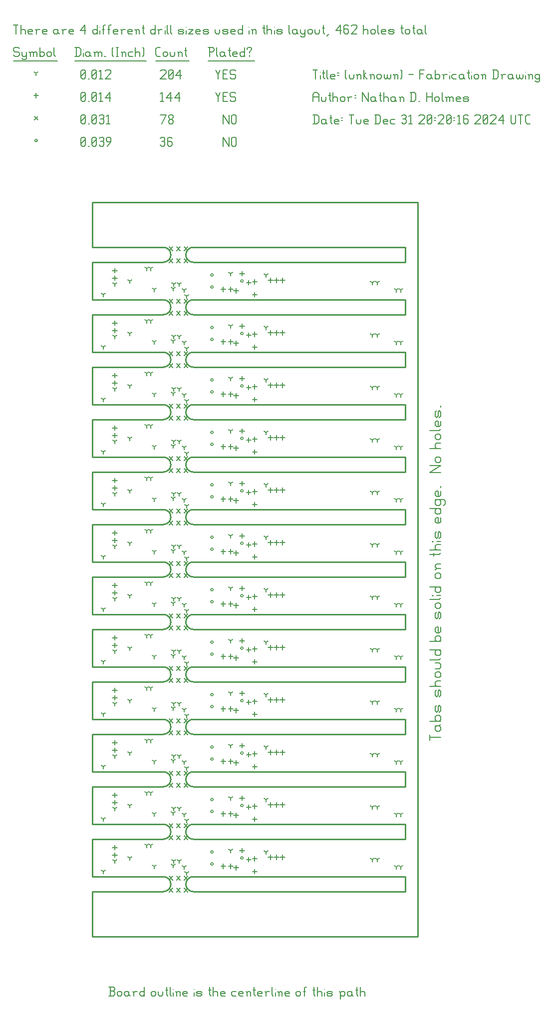
<source format=gbr>
G04 start of page 13 for group -3984 idx -3984 *
G04 Title: (unknown), fab *
G04 Creator: pcb 4.2.2 *
G04 CreationDate: Tue Dec 31 20:20:16 2024 UTC *
G04 For: ndholmes *
G04 Format: Gerber/RS-274X *
G04 PCB-Dimensions (mil): 3000.00 5500.00 *
G04 PCB-Coordinate-Origin: lower left *
%MOIN*%
%FSLAX25Y25*%
%LNFAB*%
%ADD62C,0.0093*%
%ADD61C,0.0074*%
%ADD60C,0.0100*%
%ADD59C,0.0075*%
%ADD58C,0.0060*%
%ADD57R,0.0080X0.0080*%
G54D57*X151700Y467500D02*G75*G03X153300Y467500I800J0D01*G01*
G75*G03X151700Y467500I-800J0D01*G01*
X131700Y471500D02*G75*G03X133300Y471500I800J0D01*G01*
G75*G03X131700Y471500I-800J0D01*G01*
Y463500D02*G75*G03X133300Y463500I800J0D01*G01*
G75*G03X131700Y463500I-800J0D01*G01*
X151700Y432500D02*G75*G03X153300Y432500I800J0D01*G01*
G75*G03X151700Y432500I-800J0D01*G01*
X131700Y436500D02*G75*G03X133300Y436500I800J0D01*G01*
G75*G03X131700Y436500I-800J0D01*G01*
Y428500D02*G75*G03X133300Y428500I800J0D01*G01*
G75*G03X131700Y428500I-800J0D01*G01*
X151700Y397500D02*G75*G03X153300Y397500I800J0D01*G01*
G75*G03X151700Y397500I-800J0D01*G01*
X131700Y401500D02*G75*G03X133300Y401500I800J0D01*G01*
G75*G03X131700Y401500I-800J0D01*G01*
Y393500D02*G75*G03X133300Y393500I800J0D01*G01*
G75*G03X131700Y393500I-800J0D01*G01*
X151700Y362500D02*G75*G03X153300Y362500I800J0D01*G01*
G75*G03X151700Y362500I-800J0D01*G01*
X131700Y366500D02*G75*G03X133300Y366500I800J0D01*G01*
G75*G03X131700Y366500I-800J0D01*G01*
Y358500D02*G75*G03X133300Y358500I800J0D01*G01*
G75*G03X131700Y358500I-800J0D01*G01*
X151700Y327500D02*G75*G03X153300Y327500I800J0D01*G01*
G75*G03X151700Y327500I-800J0D01*G01*
X131700Y331500D02*G75*G03X133300Y331500I800J0D01*G01*
G75*G03X131700Y331500I-800J0D01*G01*
Y323500D02*G75*G03X133300Y323500I800J0D01*G01*
G75*G03X131700Y323500I-800J0D01*G01*
X151700Y292500D02*G75*G03X153300Y292500I800J0D01*G01*
G75*G03X151700Y292500I-800J0D01*G01*
X131700Y296500D02*G75*G03X133300Y296500I800J0D01*G01*
G75*G03X131700Y296500I-800J0D01*G01*
Y288500D02*G75*G03X133300Y288500I800J0D01*G01*
G75*G03X131700Y288500I-800J0D01*G01*
X151700Y257500D02*G75*G03X153300Y257500I800J0D01*G01*
G75*G03X151700Y257500I-800J0D01*G01*
X131700Y261500D02*G75*G03X133300Y261500I800J0D01*G01*
G75*G03X131700Y261500I-800J0D01*G01*
Y253500D02*G75*G03X133300Y253500I800J0D01*G01*
G75*G03X131700Y253500I-800J0D01*G01*
X151700Y222500D02*G75*G03X153300Y222500I800J0D01*G01*
G75*G03X151700Y222500I-800J0D01*G01*
X131700Y226500D02*G75*G03X133300Y226500I800J0D01*G01*
G75*G03X131700Y226500I-800J0D01*G01*
Y218500D02*G75*G03X133300Y218500I800J0D01*G01*
G75*G03X131700Y218500I-800J0D01*G01*
X151700Y187500D02*G75*G03X153300Y187500I800J0D01*G01*
G75*G03X151700Y187500I-800J0D01*G01*
X131700Y191500D02*G75*G03X133300Y191500I800J0D01*G01*
G75*G03X131700Y191500I-800J0D01*G01*
Y183500D02*G75*G03X133300Y183500I800J0D01*G01*
G75*G03X131700Y183500I-800J0D01*G01*
X151700Y152500D02*G75*G03X153300Y152500I800J0D01*G01*
G75*G03X151700Y152500I-800J0D01*G01*
X131700Y156500D02*G75*G03X133300Y156500I800J0D01*G01*
G75*G03X131700Y156500I-800J0D01*G01*
Y148500D02*G75*G03X133300Y148500I800J0D01*G01*
G75*G03X131700Y148500I-800J0D01*G01*
X151700Y117500D02*G75*G03X153300Y117500I800J0D01*G01*
G75*G03X151700Y117500I-800J0D01*G01*
X131700Y121500D02*G75*G03X133300Y121500I800J0D01*G01*
G75*G03X131700Y121500I-800J0D01*G01*
Y113500D02*G75*G03X133300Y113500I800J0D01*G01*
G75*G03X131700Y113500I-800J0D01*G01*
X151700Y82500D02*G75*G03X153300Y82500I800J0D01*G01*
G75*G03X151700Y82500I-800J0D01*G01*
X131700Y86500D02*G75*G03X133300Y86500I800J0D01*G01*
G75*G03X131700Y86500I-800J0D01*G01*
Y78500D02*G75*G03X133300Y78500I800J0D01*G01*
G75*G03X131700Y78500I-800J0D01*G01*
X14200Y561250D02*G75*G03X15800Y561250I800J0D01*G01*
G75*G03X14200Y561250I-800J0D01*G01*
G54D58*X140000Y563500D02*Y557500D01*
Y563500D02*X143750Y557500D01*
Y563500D02*Y557500D01*
X145550Y562750D02*Y558250D01*
Y562750D02*X146300Y563500D01*
X147800D01*
X148550Y562750D01*
Y558250D01*
X147800Y557500D02*X148550Y558250D01*
X146300Y557500D02*X147800D01*
X145550Y558250D02*X146300Y557500D01*
X98000Y562750D02*X98750Y563500D01*
X100250D01*
X101000Y562750D01*
X100250Y557500D02*X101000Y558250D01*
X98750Y557500D02*X100250D01*
X98000Y558250D02*X98750Y557500D01*
Y560800D02*X100250D01*
X101000Y562750D02*Y561550D01*
Y560050D02*Y558250D01*
Y560050D02*X100250Y560800D01*
X101000Y561550D02*X100250Y560800D01*
X105050Y563500D02*X105800Y562750D01*
X103550Y563500D02*X105050D01*
X102800Y562750D02*X103550Y563500D01*
X102800Y562750D02*Y558250D01*
X103550Y557500D01*
X105050Y560800D02*X105800Y560050D01*
X102800Y560800D02*X105050D01*
X103550Y557500D02*X105050D01*
X105800Y558250D01*
Y560050D02*Y558250D01*
X45000D02*X45750Y557500D01*
X45000Y562750D02*Y558250D01*
Y562750D02*X45750Y563500D01*
X47250D01*
X48000Y562750D01*
Y558250D01*
X47250Y557500D02*X48000Y558250D01*
X45750Y557500D02*X47250D01*
X45000Y559000D02*X48000Y562000D01*
X49800Y557500D02*X50550D01*
X52350Y558250D02*X53100Y557500D01*
X52350Y562750D02*Y558250D01*
Y562750D02*X53100Y563500D01*
X54600D01*
X55350Y562750D01*
Y558250D01*
X54600Y557500D02*X55350Y558250D01*
X53100Y557500D02*X54600D01*
X52350Y559000D02*X55350Y562000D01*
X57150Y562750D02*X57900Y563500D01*
X59400D01*
X60150Y562750D01*
X59400Y557500D02*X60150Y558250D01*
X57900Y557500D02*X59400D01*
X57150Y558250D02*X57900Y557500D01*
Y560800D02*X59400D01*
X60150Y562750D02*Y561550D01*
Y560050D02*Y558250D01*
Y560050D02*X59400Y560800D01*
X60150Y561550D02*X59400Y560800D01*
X62700Y557500D02*X64950Y560500D01*
Y562750D02*Y560500D01*
X64200Y563500D02*X64950Y562750D01*
X62700Y563500D02*X64200D01*
X61950Y562750D02*X62700Y563500D01*
X61950Y562750D02*Y561250D01*
X62700Y560500D01*
X64950D01*
X103800Y420200D02*X106200Y417800D01*
X103800D02*X106200Y420200D01*
X108800D02*X111200Y417800D01*
X108800D02*X111200Y420200D01*
X113800D02*X116200Y417800D01*
X113800D02*X116200Y420200D01*
X113800Y447200D02*X116200Y444800D01*
X113800D02*X116200Y447200D01*
X103800D02*X106200Y444800D01*
X103800D02*X106200Y447200D01*
X108800D02*X111200Y444800D01*
X108800D02*X111200Y447200D01*
X113800Y455200D02*X116200Y452800D01*
X113800D02*X116200Y455200D01*
X108800D02*X111200Y452800D01*
X108800D02*X111200Y455200D01*
X103800D02*X106200Y452800D01*
X103800D02*X106200Y455200D01*
X113800Y412200D02*X116200Y409800D01*
X113800D02*X116200Y412200D01*
X103800D02*X106200Y409800D01*
X103800D02*X106200Y412200D01*
X108800D02*X111200Y409800D01*
X108800D02*X111200Y412200D01*
X113800Y377200D02*X116200Y374800D01*
X113800D02*X116200Y377200D01*
X103800D02*X106200Y374800D01*
X103800D02*X106200Y377200D01*
X108800D02*X111200Y374800D01*
X108800D02*X111200Y377200D01*
X113800Y385200D02*X116200Y382800D01*
X113800D02*X116200Y385200D01*
X108800D02*X111200Y382800D01*
X108800D02*X111200Y385200D01*
X103800D02*X106200Y382800D01*
X103800D02*X106200Y385200D01*
X113800Y342200D02*X116200Y339800D01*
X113800D02*X116200Y342200D01*
X103800D02*X106200Y339800D01*
X103800D02*X106200Y342200D01*
X108800D02*X111200Y339800D01*
X108800D02*X111200Y342200D01*
X113800Y350200D02*X116200Y347800D01*
X113800D02*X116200Y350200D01*
X108800D02*X111200Y347800D01*
X108800D02*X111200Y350200D01*
X103800D02*X106200Y347800D01*
X103800D02*X106200Y350200D01*
X113800Y307200D02*X116200Y304800D01*
X113800D02*X116200Y307200D01*
X103800D02*X106200Y304800D01*
X103800D02*X106200Y307200D01*
X108800D02*X111200Y304800D01*
X108800D02*X111200Y307200D01*
X113800Y315200D02*X116200Y312800D01*
X113800D02*X116200Y315200D01*
X108800D02*X111200Y312800D01*
X108800D02*X111200Y315200D01*
X103800D02*X106200Y312800D01*
X103800D02*X106200Y315200D01*
X113800Y272200D02*X116200Y269800D01*
X113800D02*X116200Y272200D01*
X103800D02*X106200Y269800D01*
X103800D02*X106200Y272200D01*
X108800D02*X111200Y269800D01*
X108800D02*X111200Y272200D01*
X113800Y280200D02*X116200Y277800D01*
X113800D02*X116200Y280200D01*
X108800D02*X111200Y277800D01*
X108800D02*X111200Y280200D01*
X103800D02*X106200Y277800D01*
X103800D02*X106200Y280200D01*
X113800Y237200D02*X116200Y234800D01*
X113800D02*X116200Y237200D01*
X103800D02*X106200Y234800D01*
X103800D02*X106200Y237200D01*
X108800D02*X111200Y234800D01*
X108800D02*X111200Y237200D01*
X113800Y245200D02*X116200Y242800D01*
X113800D02*X116200Y245200D01*
X108800D02*X111200Y242800D01*
X108800D02*X111200Y245200D01*
X103800D02*X106200Y242800D01*
X103800D02*X106200Y245200D01*
X113800Y202200D02*X116200Y199800D01*
X113800D02*X116200Y202200D01*
X103800D02*X106200Y199800D01*
X103800D02*X106200Y202200D01*
X108800D02*X111200Y199800D01*
X108800D02*X111200Y202200D01*
X113800Y210200D02*X116200Y207800D01*
X113800D02*X116200Y210200D01*
X108800D02*X111200Y207800D01*
X108800D02*X111200Y210200D01*
X103800D02*X106200Y207800D01*
X103800D02*X106200Y210200D01*
X113800Y167200D02*X116200Y164800D01*
X113800D02*X116200Y167200D01*
X103800D02*X106200Y164800D01*
X103800D02*X106200Y167200D01*
X108800D02*X111200Y164800D01*
X108800D02*X111200Y167200D01*
X113800Y175200D02*X116200Y172800D01*
X113800D02*X116200Y175200D01*
X108800D02*X111200Y172800D01*
X108800D02*X111200Y175200D01*
X103800D02*X106200Y172800D01*
X103800D02*X106200Y175200D01*
X113800Y132200D02*X116200Y129800D01*
X113800D02*X116200Y132200D01*
X103800D02*X106200Y129800D01*
X103800D02*X106200Y132200D01*
X108800D02*X111200Y129800D01*
X108800D02*X111200Y132200D01*
X113800Y140200D02*X116200Y137800D01*
X113800D02*X116200Y140200D01*
X108800D02*X111200Y137800D01*
X108800D02*X111200Y140200D01*
X103800D02*X106200Y137800D01*
X103800D02*X106200Y140200D01*
X113800Y97200D02*X116200Y94800D01*
X113800D02*X116200Y97200D01*
X103800D02*X106200Y94800D01*
X103800D02*X106200Y97200D01*
X108800D02*X111200Y94800D01*
X108800D02*X111200Y97200D01*
X113800Y105200D02*X116200Y102800D01*
X113800D02*X116200Y105200D01*
X108800D02*X111200Y102800D01*
X108800D02*X111200Y105200D01*
X103800D02*X106200Y102800D01*
X103800D02*X106200Y105200D01*
X113800Y482200D02*X116200Y479800D01*
X113800D02*X116200Y482200D01*
X103800D02*X106200Y479800D01*
X103800D02*X106200Y482200D01*
X108800D02*X111200Y479800D01*
X108800D02*X111200Y482200D01*
X113800Y490200D02*X116200Y487800D01*
X113800D02*X116200Y490200D01*
X108800D02*X111200Y487800D01*
X108800D02*X111200Y490200D01*
X103800D02*X106200Y487800D01*
X103800D02*X106200Y490200D01*
X113800Y70200D02*X116200Y67800D01*
X113800D02*X116200Y70200D01*
X103800D02*X106200Y67800D01*
X103800D02*X106200Y70200D01*
X108800D02*X111200Y67800D01*
X108800D02*X111200Y70200D01*
X113800Y62200D02*X116200Y59800D01*
X113800D02*X116200Y62200D01*
X108800D02*X111200Y59800D01*
X108800D02*X111200Y62200D01*
X103800D02*X106200Y59800D01*
X103800D02*X106200Y62200D01*
X13800Y577450D02*X16200Y575050D01*
X13800D02*X16200Y577450D01*
X140000Y578500D02*Y572500D01*
Y578500D02*X143750Y572500D01*
Y578500D02*Y572500D01*
X145550Y577750D02*Y573250D01*
Y577750D02*X146300Y578500D01*
X147800D01*
X148550Y577750D01*
Y573250D01*
X147800Y572500D02*X148550Y573250D01*
X146300Y572500D02*X147800D01*
X145550Y573250D02*X146300Y572500D01*
X98750D02*X101750Y578500D01*
X98000D02*X101750D01*
X103550Y573250D02*X104300Y572500D01*
X103550Y574450D02*Y573250D01*
Y574450D02*X104600Y575500D01*
X105500D01*
X106550Y574450D01*
Y573250D01*
X105800Y572500D02*X106550Y573250D01*
X104300Y572500D02*X105800D01*
X103550Y576550D02*X104600Y575500D01*
X103550Y577750D02*Y576550D01*
Y577750D02*X104300Y578500D01*
X105800D01*
X106550Y577750D01*
Y576550D01*
X105500Y575500D02*X106550Y576550D01*
X45000Y573250D02*X45750Y572500D01*
X45000Y577750D02*Y573250D01*
Y577750D02*X45750Y578500D01*
X47250D01*
X48000Y577750D01*
Y573250D01*
X47250Y572500D02*X48000Y573250D01*
X45750Y572500D02*X47250D01*
X45000Y574000D02*X48000Y577000D01*
X49800Y572500D02*X50550D01*
X52350Y573250D02*X53100Y572500D01*
X52350Y577750D02*Y573250D01*
Y577750D02*X53100Y578500D01*
X54600D01*
X55350Y577750D01*
Y573250D01*
X54600Y572500D02*X55350Y573250D01*
X53100Y572500D02*X54600D01*
X52350Y574000D02*X55350Y577000D01*
X57150Y577750D02*X57900Y578500D01*
X59400D01*
X60150Y577750D01*
X59400Y572500D02*X60150Y573250D01*
X57900Y572500D02*X59400D01*
X57150Y573250D02*X57900Y572500D01*
Y575800D02*X59400D01*
X60150Y577750D02*Y576550D01*
Y575050D02*Y573250D01*
Y575050D02*X59400Y575800D01*
X60150Y576550D02*X59400Y575800D01*
X61950Y577300D02*X63150Y578500D01*
Y572500D01*
X61950D02*X64200D01*
X67500Y476100D02*Y472900D01*
X65900Y474500D02*X69100D01*
X145000Y463600D02*Y460400D01*
X143400Y462000D02*X146600D01*
X148500Y462600D02*Y459400D01*
X146900Y461000D02*X150100D01*
X161000Y460100D02*Y456900D01*
X159400Y458500D02*X162600D01*
X161000Y468600D02*Y465400D01*
X159400Y467000D02*X162600D01*
X157000Y468100D02*Y464900D01*
X155400Y466500D02*X158600D01*
X152500Y474100D02*Y470900D01*
X150900Y472500D02*X154100D01*
X175500Y469600D02*Y466400D01*
X173900Y468000D02*X177100D01*
X179500Y469600D02*Y466400D01*
X177900Y468000D02*X181100D01*
X171500Y469600D02*Y466400D01*
X169900Y468000D02*X173100D01*
X140000Y463600D02*Y460400D01*
X138400Y462000D02*X141600D01*
X67500Y471100D02*Y467900D01*
X65900Y469500D02*X69100D01*
X67500Y441100D02*Y437900D01*
X65900Y439500D02*X69100D01*
X145000Y428600D02*Y425400D01*
X143400Y427000D02*X146600D01*
X148500Y427600D02*Y424400D01*
X146900Y426000D02*X150100D01*
X161000Y425100D02*Y421900D01*
X159400Y423500D02*X162600D01*
X161000Y433600D02*Y430400D01*
X159400Y432000D02*X162600D01*
X157000Y433100D02*Y429900D01*
X155400Y431500D02*X158600D01*
X152500Y439100D02*Y435900D01*
X150900Y437500D02*X154100D01*
X175500Y434600D02*Y431400D01*
X173900Y433000D02*X177100D01*
X179500Y434600D02*Y431400D01*
X177900Y433000D02*X181100D01*
X171500Y434600D02*Y431400D01*
X169900Y433000D02*X173100D01*
X140000Y428600D02*Y425400D01*
X138400Y427000D02*X141600D01*
X67500Y436100D02*Y432900D01*
X65900Y434500D02*X69100D01*
X67500Y406100D02*Y402900D01*
X65900Y404500D02*X69100D01*
X145000Y393600D02*Y390400D01*
X143400Y392000D02*X146600D01*
X148500Y392600D02*Y389400D01*
X146900Y391000D02*X150100D01*
X161000Y390100D02*Y386900D01*
X159400Y388500D02*X162600D01*
X161000Y398600D02*Y395400D01*
X159400Y397000D02*X162600D01*
X157000Y398100D02*Y394900D01*
X155400Y396500D02*X158600D01*
X152500Y404100D02*Y400900D01*
X150900Y402500D02*X154100D01*
X175500Y399600D02*Y396400D01*
X173900Y398000D02*X177100D01*
X179500Y399600D02*Y396400D01*
X177900Y398000D02*X181100D01*
X171500Y399600D02*Y396400D01*
X169900Y398000D02*X173100D01*
X140000Y393600D02*Y390400D01*
X138400Y392000D02*X141600D01*
X67500Y401100D02*Y397900D01*
X65900Y399500D02*X69100D01*
X67500Y371100D02*Y367900D01*
X65900Y369500D02*X69100D01*
X145000Y358600D02*Y355400D01*
X143400Y357000D02*X146600D01*
X148500Y357600D02*Y354400D01*
X146900Y356000D02*X150100D01*
X161000Y355100D02*Y351900D01*
X159400Y353500D02*X162600D01*
X161000Y363600D02*Y360400D01*
X159400Y362000D02*X162600D01*
X157000Y363100D02*Y359900D01*
X155400Y361500D02*X158600D01*
X152500Y369100D02*Y365900D01*
X150900Y367500D02*X154100D01*
X175500Y364600D02*Y361400D01*
X173900Y363000D02*X177100D01*
X179500Y364600D02*Y361400D01*
X177900Y363000D02*X181100D01*
X171500Y364600D02*Y361400D01*
X169900Y363000D02*X173100D01*
X140000Y358600D02*Y355400D01*
X138400Y357000D02*X141600D01*
X67500Y366100D02*Y362900D01*
X65900Y364500D02*X69100D01*
X67500Y336100D02*Y332900D01*
X65900Y334500D02*X69100D01*
X145000Y323600D02*Y320400D01*
X143400Y322000D02*X146600D01*
X148500Y322600D02*Y319400D01*
X146900Y321000D02*X150100D01*
X161000Y320100D02*Y316900D01*
X159400Y318500D02*X162600D01*
X161000Y328600D02*Y325400D01*
X159400Y327000D02*X162600D01*
X157000Y328100D02*Y324900D01*
X155400Y326500D02*X158600D01*
X152500Y334100D02*Y330900D01*
X150900Y332500D02*X154100D01*
X175500Y329600D02*Y326400D01*
X173900Y328000D02*X177100D01*
X179500Y329600D02*Y326400D01*
X177900Y328000D02*X181100D01*
X171500Y329600D02*Y326400D01*
X169900Y328000D02*X173100D01*
X140000Y323600D02*Y320400D01*
X138400Y322000D02*X141600D01*
X67500Y331100D02*Y327900D01*
X65900Y329500D02*X69100D01*
X67500Y301100D02*Y297900D01*
X65900Y299500D02*X69100D01*
X145000Y288600D02*Y285400D01*
X143400Y287000D02*X146600D01*
X148500Y287600D02*Y284400D01*
X146900Y286000D02*X150100D01*
X161000Y285100D02*Y281900D01*
X159400Y283500D02*X162600D01*
X161000Y293600D02*Y290400D01*
X159400Y292000D02*X162600D01*
X157000Y293100D02*Y289900D01*
X155400Y291500D02*X158600D01*
X152500Y299100D02*Y295900D01*
X150900Y297500D02*X154100D01*
X175500Y294600D02*Y291400D01*
X173900Y293000D02*X177100D01*
X179500Y294600D02*Y291400D01*
X177900Y293000D02*X181100D01*
X171500Y294600D02*Y291400D01*
X169900Y293000D02*X173100D01*
X140000Y288600D02*Y285400D01*
X138400Y287000D02*X141600D01*
X67500Y296100D02*Y292900D01*
X65900Y294500D02*X69100D01*
X67500Y266100D02*Y262900D01*
X65900Y264500D02*X69100D01*
X145000Y253600D02*Y250400D01*
X143400Y252000D02*X146600D01*
X148500Y252600D02*Y249400D01*
X146900Y251000D02*X150100D01*
X161000Y250100D02*Y246900D01*
X159400Y248500D02*X162600D01*
X161000Y258600D02*Y255400D01*
X159400Y257000D02*X162600D01*
X157000Y258100D02*Y254900D01*
X155400Y256500D02*X158600D01*
X152500Y264100D02*Y260900D01*
X150900Y262500D02*X154100D01*
X175500Y259600D02*Y256400D01*
X173900Y258000D02*X177100D01*
X179500Y259600D02*Y256400D01*
X177900Y258000D02*X181100D01*
X171500Y259600D02*Y256400D01*
X169900Y258000D02*X173100D01*
X140000Y253600D02*Y250400D01*
X138400Y252000D02*X141600D01*
X67500Y261100D02*Y257900D01*
X65900Y259500D02*X69100D01*
X67500Y231100D02*Y227900D01*
X65900Y229500D02*X69100D01*
X145000Y218600D02*Y215400D01*
X143400Y217000D02*X146600D01*
X148500Y217600D02*Y214400D01*
X146900Y216000D02*X150100D01*
X161000Y215100D02*Y211900D01*
X159400Y213500D02*X162600D01*
X161000Y223600D02*Y220400D01*
X159400Y222000D02*X162600D01*
X157000Y223100D02*Y219900D01*
X155400Y221500D02*X158600D01*
X152500Y229100D02*Y225900D01*
X150900Y227500D02*X154100D01*
X175500Y224600D02*Y221400D01*
X173900Y223000D02*X177100D01*
X179500Y224600D02*Y221400D01*
X177900Y223000D02*X181100D01*
X171500Y224600D02*Y221400D01*
X169900Y223000D02*X173100D01*
X140000Y218600D02*Y215400D01*
X138400Y217000D02*X141600D01*
X67500Y226100D02*Y222900D01*
X65900Y224500D02*X69100D01*
X67500Y196100D02*Y192900D01*
X65900Y194500D02*X69100D01*
X145000Y183600D02*Y180400D01*
X143400Y182000D02*X146600D01*
X148500Y182600D02*Y179400D01*
X146900Y181000D02*X150100D01*
X161000Y180100D02*Y176900D01*
X159400Y178500D02*X162600D01*
X161000Y188600D02*Y185400D01*
X159400Y187000D02*X162600D01*
X157000Y188100D02*Y184900D01*
X155400Y186500D02*X158600D01*
X152500Y194100D02*Y190900D01*
X150900Y192500D02*X154100D01*
X175500Y189600D02*Y186400D01*
X173900Y188000D02*X177100D01*
X179500Y189600D02*Y186400D01*
X177900Y188000D02*X181100D01*
X171500Y189600D02*Y186400D01*
X169900Y188000D02*X173100D01*
X140000Y183600D02*Y180400D01*
X138400Y182000D02*X141600D01*
X67500Y191100D02*Y187900D01*
X65900Y189500D02*X69100D01*
X67500Y161100D02*Y157900D01*
X65900Y159500D02*X69100D01*
X145000Y148600D02*Y145400D01*
X143400Y147000D02*X146600D01*
X148500Y147600D02*Y144400D01*
X146900Y146000D02*X150100D01*
X161000Y145100D02*Y141900D01*
X159400Y143500D02*X162600D01*
X161000Y153600D02*Y150400D01*
X159400Y152000D02*X162600D01*
X157000Y153100D02*Y149900D01*
X155400Y151500D02*X158600D01*
X152500Y159100D02*Y155900D01*
X150900Y157500D02*X154100D01*
X175500Y154600D02*Y151400D01*
X173900Y153000D02*X177100D01*
X179500Y154600D02*Y151400D01*
X177900Y153000D02*X181100D01*
X171500Y154600D02*Y151400D01*
X169900Y153000D02*X173100D01*
X140000Y148600D02*Y145400D01*
X138400Y147000D02*X141600D01*
X67500Y156100D02*Y152900D01*
X65900Y154500D02*X69100D01*
X67500Y126100D02*Y122900D01*
X65900Y124500D02*X69100D01*
X145000Y113600D02*Y110400D01*
X143400Y112000D02*X146600D01*
X148500Y112600D02*Y109400D01*
X146900Y111000D02*X150100D01*
X161000Y110100D02*Y106900D01*
X159400Y108500D02*X162600D01*
X161000Y118600D02*Y115400D01*
X159400Y117000D02*X162600D01*
X157000Y118100D02*Y114900D01*
X155400Y116500D02*X158600D01*
X152500Y124100D02*Y120900D01*
X150900Y122500D02*X154100D01*
X175500Y119600D02*Y116400D01*
X173900Y118000D02*X177100D01*
X179500Y119600D02*Y116400D01*
X177900Y118000D02*X181100D01*
X171500Y119600D02*Y116400D01*
X169900Y118000D02*X173100D01*
X140000Y113600D02*Y110400D01*
X138400Y112000D02*X141600D01*
X67500Y121100D02*Y117900D01*
X65900Y119500D02*X69100D01*
X67500Y91100D02*Y87900D01*
X65900Y89500D02*X69100D01*
X145000Y78600D02*Y75400D01*
X143400Y77000D02*X146600D01*
X148500Y77600D02*Y74400D01*
X146900Y76000D02*X150100D01*
X161000Y75100D02*Y71900D01*
X159400Y73500D02*X162600D01*
X161000Y83600D02*Y80400D01*
X159400Y82000D02*X162600D01*
X157000Y83100D02*Y79900D01*
X155400Y81500D02*X158600D01*
X152500Y89100D02*Y85900D01*
X150900Y87500D02*X154100D01*
X175500Y84600D02*Y81400D01*
X173900Y83000D02*X177100D01*
X179500Y84600D02*Y81400D01*
X177900Y83000D02*X181100D01*
X171500Y84600D02*Y81400D01*
X169900Y83000D02*X173100D01*
X140000Y78600D02*Y75400D01*
X138400Y77000D02*X141600D01*
X67500Y86100D02*Y82900D01*
X65900Y84500D02*X69100D01*
X15000Y592850D02*Y589650D01*
X13400Y591250D02*X16600D01*
X135000Y593500D02*X136500Y590500D01*
X138000Y593500D01*
X136500Y590500D02*Y587500D01*
X139800Y590800D02*X142050D01*
X139800Y587500D02*X142800D01*
X139800Y593500D02*Y587500D01*
Y593500D02*X142800D01*
X147600D02*X148350Y592750D01*
X145350Y593500D02*X147600D01*
X144600Y592750D02*X145350Y593500D01*
X144600Y592750D02*Y591250D01*
X145350Y590500D01*
X147600D01*
X148350Y589750D01*
Y588250D01*
X147600Y587500D02*X148350Y588250D01*
X145350Y587500D02*X147600D01*
X144600Y588250D02*X145350Y587500D01*
X98000Y592300D02*X99200Y593500D01*
Y587500D01*
X98000D02*X100250D01*
X102050Y589750D02*X105050Y593500D01*
X102050Y589750D02*X105800D01*
X105050Y593500D02*Y587500D01*
X107600Y589750D02*X110600Y593500D01*
X107600Y589750D02*X111350D01*
X110600Y593500D02*Y587500D01*
X45000Y588250D02*X45750Y587500D01*
X45000Y592750D02*Y588250D01*
Y592750D02*X45750Y593500D01*
X47250D01*
X48000Y592750D01*
Y588250D01*
X47250Y587500D02*X48000Y588250D01*
X45750Y587500D02*X47250D01*
X45000Y589000D02*X48000Y592000D01*
X49800Y587500D02*X50550D01*
X52350Y588250D02*X53100Y587500D01*
X52350Y592750D02*Y588250D01*
Y592750D02*X53100Y593500D01*
X54600D01*
X55350Y592750D01*
Y588250D01*
X54600Y587500D02*X55350Y588250D01*
X53100Y587500D02*X54600D01*
X52350Y589000D02*X55350Y592000D01*
X57150Y592300D02*X58350Y593500D01*
Y587500D01*
X57150D02*X59400D01*
X61200Y589750D02*X64200Y593500D01*
X61200Y589750D02*X64950D01*
X64200Y593500D02*Y587500D01*
X77500Y467500D02*Y465900D01*
Y467500D02*X78887Y468300D01*
X77500Y467500D02*X76113Y468300D01*
X89000Y476000D02*Y474400D01*
Y476000D02*X90387Y476800D01*
X89000Y476000D02*X87613Y476800D01*
X168500Y471500D02*Y469900D01*
Y471500D02*X169887Y472300D01*
X168500Y471500D02*X167113Y472300D01*
X255500Y461594D02*Y459994D01*
Y461594D02*X256887Y462394D01*
X255500Y461594D02*X254113Y462394D01*
X258500Y461594D02*Y459994D01*
Y461594D02*X259887Y462394D01*
X258500Y461594D02*X257113Y462394D01*
X243000Y466500D02*Y464900D01*
Y466500D02*X244387Y467300D01*
X243000Y466500D02*X241613Y467300D01*
X239500Y466500D02*Y464900D01*
Y466500D02*X240887Y467300D01*
X239500Y466500D02*X238113Y467300D01*
X145000Y472500D02*Y470900D01*
Y472500D02*X146387Y473300D01*
X145000Y472500D02*X143613Y473300D01*
X115500Y457500D02*Y455900D01*
Y457500D02*X116887Y458300D01*
X115500Y457500D02*X114113Y458300D01*
X114000Y461500D02*Y459900D01*
Y461500D02*X115387Y462300D01*
X114000Y461500D02*X112613Y462300D01*
X106500Y462500D02*Y460900D01*
Y462500D02*X107887Y463300D01*
X106500Y462500D02*X105113Y463300D01*
X107000Y465500D02*Y463900D01*
Y465500D02*X108387Y466300D01*
X107000Y465500D02*X105613Y466300D01*
X110500Y465500D02*Y463900D01*
Y465500D02*X111887Y466300D01*
X110500Y465500D02*X109113Y466300D01*
X94000Y462000D02*Y460400D01*
Y462000D02*X95387Y462800D01*
X94000Y462000D02*X92613Y462800D01*
X91500Y476000D02*Y474400D01*
Y476000D02*X92887Y476800D01*
X91500Y476000D02*X90113Y476800D01*
X60000Y458500D02*Y456900D01*
Y458500D02*X61387Y459300D01*
X60000Y458500D02*X58613Y459300D01*
X67500Y465500D02*Y463900D01*
Y465500D02*X68887Y466300D01*
X67500Y465500D02*X66113Y466300D01*
X77500Y432500D02*Y430900D01*
Y432500D02*X78887Y433300D01*
X77500Y432500D02*X76113Y433300D01*
X89000Y441000D02*Y439400D01*
Y441000D02*X90387Y441800D01*
X89000Y441000D02*X87613Y441800D01*
X168500Y436500D02*Y434900D01*
Y436500D02*X169887Y437300D01*
X168500Y436500D02*X167113Y437300D01*
X255500Y426594D02*Y424994D01*
Y426594D02*X256887Y427394D01*
X255500Y426594D02*X254113Y427394D01*
X258500Y426594D02*Y424994D01*
Y426594D02*X259887Y427394D01*
X258500Y426594D02*X257113Y427394D01*
X243000Y431500D02*Y429900D01*
Y431500D02*X244387Y432300D01*
X243000Y431500D02*X241613Y432300D01*
X239500Y431500D02*Y429900D01*
Y431500D02*X240887Y432300D01*
X239500Y431500D02*X238113Y432300D01*
X145000Y437500D02*Y435900D01*
Y437500D02*X146387Y438300D01*
X145000Y437500D02*X143613Y438300D01*
X115500Y422500D02*Y420900D01*
Y422500D02*X116887Y423300D01*
X115500Y422500D02*X114113Y423300D01*
X114000Y426500D02*Y424900D01*
Y426500D02*X115387Y427300D01*
X114000Y426500D02*X112613Y427300D01*
X106500Y427500D02*Y425900D01*
Y427500D02*X107887Y428300D01*
X106500Y427500D02*X105113Y428300D01*
X107000Y430500D02*Y428900D01*
Y430500D02*X108387Y431300D01*
X107000Y430500D02*X105613Y431300D01*
X110500Y430500D02*Y428900D01*
Y430500D02*X111887Y431300D01*
X110500Y430500D02*X109113Y431300D01*
X94000Y427000D02*Y425400D01*
Y427000D02*X95387Y427800D01*
X94000Y427000D02*X92613Y427800D01*
X91500Y441000D02*Y439400D01*
Y441000D02*X92887Y441800D01*
X91500Y441000D02*X90113Y441800D01*
X60000Y423500D02*Y421900D01*
Y423500D02*X61387Y424300D01*
X60000Y423500D02*X58613Y424300D01*
X67500Y430500D02*Y428900D01*
Y430500D02*X68887Y431300D01*
X67500Y430500D02*X66113Y431300D01*
X77500Y397500D02*Y395900D01*
Y397500D02*X78887Y398300D01*
X77500Y397500D02*X76113Y398300D01*
X89000Y406000D02*Y404400D01*
Y406000D02*X90387Y406800D01*
X89000Y406000D02*X87613Y406800D01*
X168500Y401500D02*Y399900D01*
Y401500D02*X169887Y402300D01*
X168500Y401500D02*X167113Y402300D01*
X255500Y391594D02*Y389994D01*
Y391594D02*X256887Y392394D01*
X255500Y391594D02*X254113Y392394D01*
X258500Y391594D02*Y389994D01*
Y391594D02*X259887Y392394D01*
X258500Y391594D02*X257113Y392394D01*
X243000Y396500D02*Y394900D01*
Y396500D02*X244387Y397300D01*
X243000Y396500D02*X241613Y397300D01*
X239500Y396500D02*Y394900D01*
Y396500D02*X240887Y397300D01*
X239500Y396500D02*X238113Y397300D01*
X145000Y402500D02*Y400900D01*
Y402500D02*X146387Y403300D01*
X145000Y402500D02*X143613Y403300D01*
X115500Y387500D02*Y385900D01*
Y387500D02*X116887Y388300D01*
X115500Y387500D02*X114113Y388300D01*
X114000Y391500D02*Y389900D01*
Y391500D02*X115387Y392300D01*
X114000Y391500D02*X112613Y392300D01*
X106500Y392500D02*Y390900D01*
Y392500D02*X107887Y393300D01*
X106500Y392500D02*X105113Y393300D01*
X107000Y395500D02*Y393900D01*
Y395500D02*X108387Y396300D01*
X107000Y395500D02*X105613Y396300D01*
X110500Y395500D02*Y393900D01*
Y395500D02*X111887Y396300D01*
X110500Y395500D02*X109113Y396300D01*
X94000Y392000D02*Y390400D01*
Y392000D02*X95387Y392800D01*
X94000Y392000D02*X92613Y392800D01*
X91500Y406000D02*Y404400D01*
Y406000D02*X92887Y406800D01*
X91500Y406000D02*X90113Y406800D01*
X60000Y388500D02*Y386900D01*
Y388500D02*X61387Y389300D01*
X60000Y388500D02*X58613Y389300D01*
X67500Y395500D02*Y393900D01*
Y395500D02*X68887Y396300D01*
X67500Y395500D02*X66113Y396300D01*
X77500Y362500D02*Y360900D01*
Y362500D02*X78887Y363300D01*
X77500Y362500D02*X76113Y363300D01*
X89000Y371000D02*Y369400D01*
Y371000D02*X90387Y371800D01*
X89000Y371000D02*X87613Y371800D01*
X168500Y366500D02*Y364900D01*
Y366500D02*X169887Y367300D01*
X168500Y366500D02*X167113Y367300D01*
X255500Y356594D02*Y354994D01*
Y356594D02*X256887Y357394D01*
X255500Y356594D02*X254113Y357394D01*
X258500Y356594D02*Y354994D01*
Y356594D02*X259887Y357394D01*
X258500Y356594D02*X257113Y357394D01*
X243000Y361500D02*Y359900D01*
Y361500D02*X244387Y362300D01*
X243000Y361500D02*X241613Y362300D01*
X239500Y361500D02*Y359900D01*
Y361500D02*X240887Y362300D01*
X239500Y361500D02*X238113Y362300D01*
X145000Y367500D02*Y365900D01*
Y367500D02*X146387Y368300D01*
X145000Y367500D02*X143613Y368300D01*
X115500Y352500D02*Y350900D01*
Y352500D02*X116887Y353300D01*
X115500Y352500D02*X114113Y353300D01*
X114000Y356500D02*Y354900D01*
Y356500D02*X115387Y357300D01*
X114000Y356500D02*X112613Y357300D01*
X106500Y357500D02*Y355900D01*
Y357500D02*X107887Y358300D01*
X106500Y357500D02*X105113Y358300D01*
X107000Y360500D02*Y358900D01*
Y360500D02*X108387Y361300D01*
X107000Y360500D02*X105613Y361300D01*
X110500Y360500D02*Y358900D01*
Y360500D02*X111887Y361300D01*
X110500Y360500D02*X109113Y361300D01*
X94000Y357000D02*Y355400D01*
Y357000D02*X95387Y357800D01*
X94000Y357000D02*X92613Y357800D01*
X91500Y371000D02*Y369400D01*
Y371000D02*X92887Y371800D01*
X91500Y371000D02*X90113Y371800D01*
X60000Y353500D02*Y351900D01*
Y353500D02*X61387Y354300D01*
X60000Y353500D02*X58613Y354300D01*
X67500Y360500D02*Y358900D01*
Y360500D02*X68887Y361300D01*
X67500Y360500D02*X66113Y361300D01*
X77500Y327500D02*Y325900D01*
Y327500D02*X78887Y328300D01*
X77500Y327500D02*X76113Y328300D01*
X89000Y336000D02*Y334400D01*
Y336000D02*X90387Y336800D01*
X89000Y336000D02*X87613Y336800D01*
X168500Y331500D02*Y329900D01*
Y331500D02*X169887Y332300D01*
X168500Y331500D02*X167113Y332300D01*
X255500Y321594D02*Y319994D01*
Y321594D02*X256887Y322394D01*
X255500Y321594D02*X254113Y322394D01*
X258500Y321594D02*Y319994D01*
Y321594D02*X259887Y322394D01*
X258500Y321594D02*X257113Y322394D01*
X243000Y326500D02*Y324900D01*
Y326500D02*X244387Y327300D01*
X243000Y326500D02*X241613Y327300D01*
X239500Y326500D02*Y324900D01*
Y326500D02*X240887Y327300D01*
X239500Y326500D02*X238113Y327300D01*
X145000Y332500D02*Y330900D01*
Y332500D02*X146387Y333300D01*
X145000Y332500D02*X143613Y333300D01*
X115500Y317500D02*Y315900D01*
Y317500D02*X116887Y318300D01*
X115500Y317500D02*X114113Y318300D01*
X114000Y321500D02*Y319900D01*
Y321500D02*X115387Y322300D01*
X114000Y321500D02*X112613Y322300D01*
X106500Y322500D02*Y320900D01*
Y322500D02*X107887Y323300D01*
X106500Y322500D02*X105113Y323300D01*
X107000Y325500D02*Y323900D01*
Y325500D02*X108387Y326300D01*
X107000Y325500D02*X105613Y326300D01*
X110500Y325500D02*Y323900D01*
Y325500D02*X111887Y326300D01*
X110500Y325500D02*X109113Y326300D01*
X94000Y322000D02*Y320400D01*
Y322000D02*X95387Y322800D01*
X94000Y322000D02*X92613Y322800D01*
X91500Y336000D02*Y334400D01*
Y336000D02*X92887Y336800D01*
X91500Y336000D02*X90113Y336800D01*
X60000Y318500D02*Y316900D01*
Y318500D02*X61387Y319300D01*
X60000Y318500D02*X58613Y319300D01*
X67500Y325500D02*Y323900D01*
Y325500D02*X68887Y326300D01*
X67500Y325500D02*X66113Y326300D01*
X77500Y292500D02*Y290900D01*
Y292500D02*X78887Y293300D01*
X77500Y292500D02*X76113Y293300D01*
X89000Y301000D02*Y299400D01*
Y301000D02*X90387Y301800D01*
X89000Y301000D02*X87613Y301800D01*
X168500Y296500D02*Y294900D01*
Y296500D02*X169887Y297300D01*
X168500Y296500D02*X167113Y297300D01*
X255500Y286594D02*Y284994D01*
Y286594D02*X256887Y287394D01*
X255500Y286594D02*X254113Y287394D01*
X258500Y286594D02*Y284994D01*
Y286594D02*X259887Y287394D01*
X258500Y286594D02*X257113Y287394D01*
X243000Y291500D02*Y289900D01*
Y291500D02*X244387Y292300D01*
X243000Y291500D02*X241613Y292300D01*
X239500Y291500D02*Y289900D01*
Y291500D02*X240887Y292300D01*
X239500Y291500D02*X238113Y292300D01*
X145000Y297500D02*Y295900D01*
Y297500D02*X146387Y298300D01*
X145000Y297500D02*X143613Y298300D01*
X115500Y282500D02*Y280900D01*
Y282500D02*X116887Y283300D01*
X115500Y282500D02*X114113Y283300D01*
X114000Y286500D02*Y284900D01*
Y286500D02*X115387Y287300D01*
X114000Y286500D02*X112613Y287300D01*
X106500Y287500D02*Y285900D01*
Y287500D02*X107887Y288300D01*
X106500Y287500D02*X105113Y288300D01*
X107000Y290500D02*Y288900D01*
Y290500D02*X108387Y291300D01*
X107000Y290500D02*X105613Y291300D01*
X110500Y290500D02*Y288900D01*
Y290500D02*X111887Y291300D01*
X110500Y290500D02*X109113Y291300D01*
X94000Y287000D02*Y285400D01*
Y287000D02*X95387Y287800D01*
X94000Y287000D02*X92613Y287800D01*
X91500Y301000D02*Y299400D01*
Y301000D02*X92887Y301800D01*
X91500Y301000D02*X90113Y301800D01*
X60000Y283500D02*Y281900D01*
Y283500D02*X61387Y284300D01*
X60000Y283500D02*X58613Y284300D01*
X67500Y290500D02*Y288900D01*
Y290500D02*X68887Y291300D01*
X67500Y290500D02*X66113Y291300D01*
X77500Y257500D02*Y255900D01*
Y257500D02*X78887Y258300D01*
X77500Y257500D02*X76113Y258300D01*
X89000Y266000D02*Y264400D01*
Y266000D02*X90387Y266800D01*
X89000Y266000D02*X87613Y266800D01*
X168500Y261500D02*Y259900D01*
Y261500D02*X169887Y262300D01*
X168500Y261500D02*X167113Y262300D01*
X255500Y251594D02*Y249994D01*
Y251594D02*X256887Y252394D01*
X255500Y251594D02*X254113Y252394D01*
X258500Y251594D02*Y249994D01*
Y251594D02*X259887Y252394D01*
X258500Y251594D02*X257113Y252394D01*
X243000Y256500D02*Y254900D01*
Y256500D02*X244387Y257300D01*
X243000Y256500D02*X241613Y257300D01*
X239500Y256500D02*Y254900D01*
Y256500D02*X240887Y257300D01*
X239500Y256500D02*X238113Y257300D01*
X145000Y262500D02*Y260900D01*
Y262500D02*X146387Y263300D01*
X145000Y262500D02*X143613Y263300D01*
X115500Y247500D02*Y245900D01*
Y247500D02*X116887Y248300D01*
X115500Y247500D02*X114113Y248300D01*
X114000Y251500D02*Y249900D01*
Y251500D02*X115387Y252300D01*
X114000Y251500D02*X112613Y252300D01*
X106500Y252500D02*Y250900D01*
Y252500D02*X107887Y253300D01*
X106500Y252500D02*X105113Y253300D01*
X107000Y255500D02*Y253900D01*
Y255500D02*X108387Y256300D01*
X107000Y255500D02*X105613Y256300D01*
X110500Y255500D02*Y253900D01*
Y255500D02*X111887Y256300D01*
X110500Y255500D02*X109113Y256300D01*
X94000Y252000D02*Y250400D01*
Y252000D02*X95387Y252800D01*
X94000Y252000D02*X92613Y252800D01*
X91500Y266000D02*Y264400D01*
Y266000D02*X92887Y266800D01*
X91500Y266000D02*X90113Y266800D01*
X60000Y248500D02*Y246900D01*
Y248500D02*X61387Y249300D01*
X60000Y248500D02*X58613Y249300D01*
X67500Y255500D02*Y253900D01*
Y255500D02*X68887Y256300D01*
X67500Y255500D02*X66113Y256300D01*
X77500Y222500D02*Y220900D01*
Y222500D02*X78887Y223300D01*
X77500Y222500D02*X76113Y223300D01*
X89000Y231000D02*Y229400D01*
Y231000D02*X90387Y231800D01*
X89000Y231000D02*X87613Y231800D01*
X168500Y226500D02*Y224900D01*
Y226500D02*X169887Y227300D01*
X168500Y226500D02*X167113Y227300D01*
X255500Y216594D02*Y214994D01*
Y216594D02*X256887Y217394D01*
X255500Y216594D02*X254113Y217394D01*
X258500Y216594D02*Y214994D01*
Y216594D02*X259887Y217394D01*
X258500Y216594D02*X257113Y217394D01*
X243000Y221500D02*Y219900D01*
Y221500D02*X244387Y222300D01*
X243000Y221500D02*X241613Y222300D01*
X239500Y221500D02*Y219900D01*
Y221500D02*X240887Y222300D01*
X239500Y221500D02*X238113Y222300D01*
X145000Y227500D02*Y225900D01*
Y227500D02*X146387Y228300D01*
X145000Y227500D02*X143613Y228300D01*
X115500Y212500D02*Y210900D01*
Y212500D02*X116887Y213300D01*
X115500Y212500D02*X114113Y213300D01*
X114000Y216500D02*Y214900D01*
Y216500D02*X115387Y217300D01*
X114000Y216500D02*X112613Y217300D01*
X106500Y217500D02*Y215900D01*
Y217500D02*X107887Y218300D01*
X106500Y217500D02*X105113Y218300D01*
X107000Y220500D02*Y218900D01*
Y220500D02*X108387Y221300D01*
X107000Y220500D02*X105613Y221300D01*
X110500Y220500D02*Y218900D01*
Y220500D02*X111887Y221300D01*
X110500Y220500D02*X109113Y221300D01*
X94000Y217000D02*Y215400D01*
Y217000D02*X95387Y217800D01*
X94000Y217000D02*X92613Y217800D01*
X91500Y231000D02*Y229400D01*
Y231000D02*X92887Y231800D01*
X91500Y231000D02*X90113Y231800D01*
X60000Y213500D02*Y211900D01*
Y213500D02*X61387Y214300D01*
X60000Y213500D02*X58613Y214300D01*
X67500Y220500D02*Y218900D01*
Y220500D02*X68887Y221300D01*
X67500Y220500D02*X66113Y221300D01*
X77500Y187500D02*Y185900D01*
Y187500D02*X78887Y188300D01*
X77500Y187500D02*X76113Y188300D01*
X89000Y196000D02*Y194400D01*
Y196000D02*X90387Y196800D01*
X89000Y196000D02*X87613Y196800D01*
X168500Y191500D02*Y189900D01*
Y191500D02*X169887Y192300D01*
X168500Y191500D02*X167113Y192300D01*
X255500Y181594D02*Y179994D01*
Y181594D02*X256887Y182394D01*
X255500Y181594D02*X254113Y182394D01*
X258500Y181594D02*Y179994D01*
Y181594D02*X259887Y182394D01*
X258500Y181594D02*X257113Y182394D01*
X243000Y186500D02*Y184900D01*
Y186500D02*X244387Y187300D01*
X243000Y186500D02*X241613Y187300D01*
X239500Y186500D02*Y184900D01*
Y186500D02*X240887Y187300D01*
X239500Y186500D02*X238113Y187300D01*
X145000Y192500D02*Y190900D01*
Y192500D02*X146387Y193300D01*
X145000Y192500D02*X143613Y193300D01*
X115500Y177500D02*Y175900D01*
Y177500D02*X116887Y178300D01*
X115500Y177500D02*X114113Y178300D01*
X114000Y181500D02*Y179900D01*
Y181500D02*X115387Y182300D01*
X114000Y181500D02*X112613Y182300D01*
X106500Y182500D02*Y180900D01*
Y182500D02*X107887Y183300D01*
X106500Y182500D02*X105113Y183300D01*
X107000Y185500D02*Y183900D01*
Y185500D02*X108387Y186300D01*
X107000Y185500D02*X105613Y186300D01*
X110500Y185500D02*Y183900D01*
Y185500D02*X111887Y186300D01*
X110500Y185500D02*X109113Y186300D01*
X94000Y182000D02*Y180400D01*
Y182000D02*X95387Y182800D01*
X94000Y182000D02*X92613Y182800D01*
X91500Y196000D02*Y194400D01*
Y196000D02*X92887Y196800D01*
X91500Y196000D02*X90113Y196800D01*
X60000Y178500D02*Y176900D01*
Y178500D02*X61387Y179300D01*
X60000Y178500D02*X58613Y179300D01*
X67500Y185500D02*Y183900D01*
Y185500D02*X68887Y186300D01*
X67500Y185500D02*X66113Y186300D01*
X77500Y152500D02*Y150900D01*
Y152500D02*X78887Y153300D01*
X77500Y152500D02*X76113Y153300D01*
X89000Y161000D02*Y159400D01*
Y161000D02*X90387Y161800D01*
X89000Y161000D02*X87613Y161800D01*
X168500Y156500D02*Y154900D01*
Y156500D02*X169887Y157300D01*
X168500Y156500D02*X167113Y157300D01*
X255500Y146594D02*Y144994D01*
Y146594D02*X256887Y147394D01*
X255500Y146594D02*X254113Y147394D01*
X258500Y146594D02*Y144994D01*
Y146594D02*X259887Y147394D01*
X258500Y146594D02*X257113Y147394D01*
X243000Y151500D02*Y149900D01*
Y151500D02*X244387Y152300D01*
X243000Y151500D02*X241613Y152300D01*
X239500Y151500D02*Y149900D01*
Y151500D02*X240887Y152300D01*
X239500Y151500D02*X238113Y152300D01*
X145000Y157500D02*Y155900D01*
Y157500D02*X146387Y158300D01*
X145000Y157500D02*X143613Y158300D01*
X115500Y142500D02*Y140900D01*
Y142500D02*X116887Y143300D01*
X115500Y142500D02*X114113Y143300D01*
X114000Y146500D02*Y144900D01*
Y146500D02*X115387Y147300D01*
X114000Y146500D02*X112613Y147300D01*
X106500Y147500D02*Y145900D01*
Y147500D02*X107887Y148300D01*
X106500Y147500D02*X105113Y148300D01*
X107000Y150500D02*Y148900D01*
Y150500D02*X108387Y151300D01*
X107000Y150500D02*X105613Y151300D01*
X110500Y150500D02*Y148900D01*
Y150500D02*X111887Y151300D01*
X110500Y150500D02*X109113Y151300D01*
X94000Y147000D02*Y145400D01*
Y147000D02*X95387Y147800D01*
X94000Y147000D02*X92613Y147800D01*
X91500Y161000D02*Y159400D01*
Y161000D02*X92887Y161800D01*
X91500Y161000D02*X90113Y161800D01*
X60000Y143500D02*Y141900D01*
Y143500D02*X61387Y144300D01*
X60000Y143500D02*X58613Y144300D01*
X67500Y150500D02*Y148900D01*
Y150500D02*X68887Y151300D01*
X67500Y150500D02*X66113Y151300D01*
X77500Y117500D02*Y115900D01*
Y117500D02*X78887Y118300D01*
X77500Y117500D02*X76113Y118300D01*
X89000Y126000D02*Y124400D01*
Y126000D02*X90387Y126800D01*
X89000Y126000D02*X87613Y126800D01*
X168500Y121500D02*Y119900D01*
Y121500D02*X169887Y122300D01*
X168500Y121500D02*X167113Y122300D01*
X255500Y111594D02*Y109994D01*
Y111594D02*X256887Y112394D01*
X255500Y111594D02*X254113Y112394D01*
X258500Y111594D02*Y109994D01*
Y111594D02*X259887Y112394D01*
X258500Y111594D02*X257113Y112394D01*
X243000Y116500D02*Y114900D01*
Y116500D02*X244387Y117300D01*
X243000Y116500D02*X241613Y117300D01*
X239500Y116500D02*Y114900D01*
Y116500D02*X240887Y117300D01*
X239500Y116500D02*X238113Y117300D01*
X145000Y122500D02*Y120900D01*
Y122500D02*X146387Y123300D01*
X145000Y122500D02*X143613Y123300D01*
X115500Y107500D02*Y105900D01*
Y107500D02*X116887Y108300D01*
X115500Y107500D02*X114113Y108300D01*
X114000Y111500D02*Y109900D01*
Y111500D02*X115387Y112300D01*
X114000Y111500D02*X112613Y112300D01*
X106500Y112500D02*Y110900D01*
Y112500D02*X107887Y113300D01*
X106500Y112500D02*X105113Y113300D01*
X107000Y115500D02*Y113900D01*
Y115500D02*X108387Y116300D01*
X107000Y115500D02*X105613Y116300D01*
X110500Y115500D02*Y113900D01*
Y115500D02*X111887Y116300D01*
X110500Y115500D02*X109113Y116300D01*
X94000Y112000D02*Y110400D01*
Y112000D02*X95387Y112800D01*
X94000Y112000D02*X92613Y112800D01*
X91500Y126000D02*Y124400D01*
Y126000D02*X92887Y126800D01*
X91500Y126000D02*X90113Y126800D01*
X60000Y108500D02*Y106900D01*
Y108500D02*X61387Y109300D01*
X60000Y108500D02*X58613Y109300D01*
X67500Y115500D02*Y113900D01*
Y115500D02*X68887Y116300D01*
X67500Y115500D02*X66113Y116300D01*
X77500Y82500D02*Y80900D01*
Y82500D02*X78887Y83300D01*
X77500Y82500D02*X76113Y83300D01*
X89000Y91000D02*Y89400D01*
Y91000D02*X90387Y91800D01*
X89000Y91000D02*X87613Y91800D01*
X168500Y86500D02*Y84900D01*
Y86500D02*X169887Y87300D01*
X168500Y86500D02*X167113Y87300D01*
X255500Y76594D02*Y74994D01*
Y76594D02*X256887Y77394D01*
X255500Y76594D02*X254113Y77394D01*
X258500Y76594D02*Y74994D01*
Y76594D02*X259887Y77394D01*
X258500Y76594D02*X257113Y77394D01*
X243000Y81500D02*Y79900D01*
Y81500D02*X244387Y82300D01*
X243000Y81500D02*X241613Y82300D01*
X239500Y81500D02*Y79900D01*
Y81500D02*X240887Y82300D01*
X239500Y81500D02*X238113Y82300D01*
X145000Y87500D02*Y85900D01*
Y87500D02*X146387Y88300D01*
X145000Y87500D02*X143613Y88300D01*
X115500Y72500D02*Y70900D01*
Y72500D02*X116887Y73300D01*
X115500Y72500D02*X114113Y73300D01*
X114000Y76500D02*Y74900D01*
Y76500D02*X115387Y77300D01*
X114000Y76500D02*X112613Y77300D01*
X106500Y77500D02*Y75900D01*
Y77500D02*X107887Y78300D01*
X106500Y77500D02*X105113Y78300D01*
X107000Y80500D02*Y78900D01*
Y80500D02*X108387Y81300D01*
X107000Y80500D02*X105613Y81300D01*
X110500Y80500D02*Y78900D01*
Y80500D02*X111887Y81300D01*
X110500Y80500D02*X109113Y81300D01*
X94000Y77000D02*Y75400D01*
Y77000D02*X95387Y77800D01*
X94000Y77000D02*X92613Y77800D01*
X91500Y91000D02*Y89400D01*
Y91000D02*X92887Y91800D01*
X91500Y91000D02*X90113Y91800D01*
X60000Y73500D02*Y71900D01*
Y73500D02*X61387Y74300D01*
X60000Y73500D02*X58613Y74300D01*
X67500Y80500D02*Y78900D01*
Y80500D02*X68887Y81300D01*
X67500Y80500D02*X66113Y81300D01*
X15000Y606250D02*Y604650D01*
Y606250D02*X16387Y607050D01*
X15000Y606250D02*X13613Y607050D01*
X135000Y608500D02*X136500Y605500D01*
X138000Y608500D01*
X136500Y605500D02*Y602500D01*
X139800Y605800D02*X142050D01*
X139800Y602500D02*X142800D01*
X139800Y608500D02*Y602500D01*
Y608500D02*X142800D01*
X147600D02*X148350Y607750D01*
X145350Y608500D02*X147600D01*
X144600Y607750D02*X145350Y608500D01*
X144600Y607750D02*Y606250D01*
X145350Y605500D01*
X147600D01*
X148350Y604750D01*
Y603250D01*
X147600Y602500D02*X148350Y603250D01*
X145350Y602500D02*X147600D01*
X144600Y603250D02*X145350Y602500D01*
X98000Y607750D02*X98750Y608500D01*
X101000D01*
X101750Y607750D01*
Y606250D01*
X98000Y602500D02*X101750Y606250D01*
X98000Y602500D02*X101750D01*
X103550Y603250D02*X104300Y602500D01*
X103550Y607750D02*Y603250D01*
Y607750D02*X104300Y608500D01*
X105800D01*
X106550Y607750D01*
Y603250D01*
X105800Y602500D02*X106550Y603250D01*
X104300Y602500D02*X105800D01*
X103550Y604000D02*X106550Y607000D01*
X108350Y604750D02*X111350Y608500D01*
X108350Y604750D02*X112100D01*
X111350Y608500D02*Y602500D01*
X45000Y603250D02*X45750Y602500D01*
X45000Y607750D02*Y603250D01*
Y607750D02*X45750Y608500D01*
X47250D01*
X48000Y607750D01*
Y603250D01*
X47250Y602500D02*X48000Y603250D01*
X45750Y602500D02*X47250D01*
X45000Y604000D02*X48000Y607000D01*
X49800Y602500D02*X50550D01*
X52350Y603250D02*X53100Y602500D01*
X52350Y607750D02*Y603250D01*
Y607750D02*X53100Y608500D01*
X54600D01*
X55350Y607750D01*
Y603250D01*
X54600Y602500D02*X55350Y603250D01*
X53100Y602500D02*X54600D01*
X52350Y604000D02*X55350Y607000D01*
X57150Y607300D02*X58350Y608500D01*
Y602500D01*
X57150D02*X59400D01*
X61200Y607750D02*X61950Y608500D01*
X64200D01*
X64950Y607750D01*
Y606250D01*
X61200Y602500D02*X64950Y606250D01*
X61200Y602500D02*X64950D01*
X3000Y623500D02*X3750Y622750D01*
X750Y623500D02*X3000D01*
X0Y622750D02*X750Y623500D01*
X0Y622750D02*Y621250D01*
X750Y620500D01*
X3000D01*
X3750Y619750D01*
Y618250D01*
X3000Y617500D02*X3750Y618250D01*
X750Y617500D02*X3000D01*
X0Y618250D02*X750Y617500D01*
X5550Y620500D02*Y618250D01*
X6300Y617500D01*
X8550Y620500D02*Y616000D01*
X7800Y615250D02*X8550Y616000D01*
X6300Y615250D02*X7800D01*
X5550Y616000D02*X6300Y615250D01*
Y617500D02*X7800D01*
X8550Y618250D01*
X11100Y619750D02*Y617500D01*
Y619750D02*X11850Y620500D01*
X12600D01*
X13350Y619750D01*
Y617500D01*
Y619750D02*X14100Y620500D01*
X14850D01*
X15600Y619750D01*
Y617500D01*
X10350Y620500D02*X11100Y619750D01*
X17400Y623500D02*Y617500D01*
Y618250D02*X18150Y617500D01*
X19650D01*
X20400Y618250D01*
Y619750D02*Y618250D01*
X19650Y620500D02*X20400Y619750D01*
X18150Y620500D02*X19650D01*
X17400Y619750D02*X18150Y620500D01*
X22200Y619750D02*Y618250D01*
Y619750D02*X22950Y620500D01*
X24450D01*
X25200Y619750D01*
Y618250D01*
X24450Y617500D02*X25200Y618250D01*
X22950Y617500D02*X24450D01*
X22200Y618250D02*X22950Y617500D01*
X27000Y623500D02*Y618250D01*
X27750Y617500D01*
X0Y614250D02*X29250D01*
X41750Y623500D02*Y617500D01*
X43700Y623500D02*X44750Y622450D01*
Y618550D01*
X43700Y617500D02*X44750Y618550D01*
X41000Y617500D02*X43700D01*
X41000Y623500D02*X43700D01*
G54D59*X46550Y622000D02*Y621850D01*
G54D58*Y619750D02*Y617500D01*
X50300Y620500D02*X51050Y619750D01*
X48800Y620500D02*X50300D01*
X48050Y619750D02*X48800Y620500D01*
X48050Y619750D02*Y618250D01*
X48800Y617500D01*
X51050Y620500D02*Y618250D01*
X51800Y617500D01*
X48800D02*X50300D01*
X51050Y618250D01*
X54350Y619750D02*Y617500D01*
Y619750D02*X55100Y620500D01*
X55850D01*
X56600Y619750D01*
Y617500D01*
Y619750D02*X57350Y620500D01*
X58100D01*
X58850Y619750D01*
Y617500D01*
X53600Y620500D02*X54350Y619750D01*
X60650Y617500D02*X61400D01*
X65900Y618250D02*X66650Y617500D01*
X65900Y622750D02*X66650Y623500D01*
X65900Y622750D02*Y618250D01*
X68450Y623500D02*X69950D01*
X69200D02*Y617500D01*
X68450D02*X69950D01*
X72500Y619750D02*Y617500D01*
Y619750D02*X73250Y620500D01*
X74000D01*
X74750Y619750D01*
Y617500D01*
X71750Y620500D02*X72500Y619750D01*
X77300Y620500D02*X79550D01*
X76550Y619750D02*X77300Y620500D01*
X76550Y619750D02*Y618250D01*
X77300Y617500D01*
X79550D01*
X81350Y623500D02*Y617500D01*
Y619750D02*X82100Y620500D01*
X83600D01*
X84350Y619750D01*
Y617500D01*
X86150Y623500D02*X86900Y622750D01*
Y618250D01*
X86150Y617500D02*X86900Y618250D01*
X41000Y614250D02*X88700D01*
X96050Y617500D02*X98000D01*
X95000Y618550D02*X96050Y617500D01*
X95000Y622450D02*Y618550D01*
Y622450D02*X96050Y623500D01*
X98000D01*
X99800Y619750D02*Y618250D01*
Y619750D02*X100550Y620500D01*
X102050D01*
X102800Y619750D01*
Y618250D01*
X102050Y617500D02*X102800Y618250D01*
X100550Y617500D02*X102050D01*
X99800Y618250D02*X100550Y617500D01*
X104600Y620500D02*Y618250D01*
X105350Y617500D01*
X106850D01*
X107600Y618250D01*
Y620500D02*Y618250D01*
X110150Y619750D02*Y617500D01*
Y619750D02*X110900Y620500D01*
X111650D01*
X112400Y619750D01*
Y617500D01*
X109400Y620500D02*X110150Y619750D01*
X114950Y623500D02*Y618250D01*
X115700Y617500D01*
X114200Y621250D02*X115700D01*
X95000Y614250D02*X117200D01*
X130750Y623500D02*Y617500D01*
X130000Y623500D02*X133000D01*
X133750Y622750D01*
Y621250D01*
X133000Y620500D02*X133750Y621250D01*
X130750Y620500D02*X133000D01*
X135550Y623500D02*Y618250D01*
X136300Y617500D01*
X140050Y620500D02*X140800Y619750D01*
X138550Y620500D02*X140050D01*
X137800Y619750D02*X138550Y620500D01*
X137800Y619750D02*Y618250D01*
X138550Y617500D01*
X140800Y620500D02*Y618250D01*
X141550Y617500D01*
X138550D02*X140050D01*
X140800Y618250D01*
X144100Y623500D02*Y618250D01*
X144850Y617500D01*
X143350Y621250D02*X144850D01*
X147100Y617500D02*X149350D01*
X146350Y618250D02*X147100Y617500D01*
X146350Y619750D02*Y618250D01*
Y619750D02*X147100Y620500D01*
X148600D01*
X149350Y619750D01*
X146350Y619000D02*X149350D01*
Y619750D02*Y619000D01*
X154150Y623500D02*Y617500D01*
X153400D02*X154150Y618250D01*
X151900Y617500D02*X153400D01*
X151150Y618250D02*X151900Y617500D01*
X151150Y619750D02*Y618250D01*
Y619750D02*X151900Y620500D01*
X153400D01*
X154150Y619750D01*
X157450Y620500D02*Y619750D01*
Y618250D02*Y617500D01*
X155950Y622750D02*Y622000D01*
Y622750D02*X156700Y623500D01*
X158200D01*
X158950Y622750D01*
Y622000D01*
X157450Y620500D02*X158950Y622000D01*
X130000Y614250D02*X160750D01*
X0Y638500D02*X3000D01*
X1500D02*Y632500D01*
X4800Y638500D02*Y632500D01*
Y634750D02*X5550Y635500D01*
X7050D01*
X7800Y634750D01*
Y632500D01*
X10350D02*X12600D01*
X9600Y633250D02*X10350Y632500D01*
X9600Y634750D02*Y633250D01*
Y634750D02*X10350Y635500D01*
X11850D01*
X12600Y634750D01*
X9600Y634000D02*X12600D01*
Y634750D02*Y634000D01*
X15150Y634750D02*Y632500D01*
Y634750D02*X15900Y635500D01*
X17400D01*
X14400D02*X15150Y634750D01*
X19950Y632500D02*X22200D01*
X19200Y633250D02*X19950Y632500D01*
X19200Y634750D02*Y633250D01*
Y634750D02*X19950Y635500D01*
X21450D01*
X22200Y634750D01*
X19200Y634000D02*X22200D01*
Y634750D02*Y634000D01*
X28950Y635500D02*X29700Y634750D01*
X27450Y635500D02*X28950D01*
X26700Y634750D02*X27450Y635500D01*
X26700Y634750D02*Y633250D01*
X27450Y632500D01*
X29700Y635500D02*Y633250D01*
X30450Y632500D01*
X27450D02*X28950D01*
X29700Y633250D01*
X33000Y634750D02*Y632500D01*
Y634750D02*X33750Y635500D01*
X35250D01*
X32250D02*X33000Y634750D01*
X37800Y632500D02*X40050D01*
X37050Y633250D02*X37800Y632500D01*
X37050Y634750D02*Y633250D01*
Y634750D02*X37800Y635500D01*
X39300D01*
X40050Y634750D01*
X37050Y634000D02*X40050D01*
Y634750D02*Y634000D01*
X44550Y634750D02*X47550Y638500D01*
X44550Y634750D02*X48300D01*
X47550Y638500D02*Y632500D01*
X55800Y638500D02*Y632500D01*
X55050D02*X55800Y633250D01*
X53550Y632500D02*X55050D01*
X52800Y633250D02*X53550Y632500D01*
X52800Y634750D02*Y633250D01*
Y634750D02*X53550Y635500D01*
X55050D01*
X55800Y634750D01*
G54D59*X57600Y637000D02*Y636850D01*
G54D58*Y634750D02*Y632500D01*
X59850Y637750D02*Y632500D01*
Y637750D02*X60600Y638500D01*
X61350D01*
X59100Y635500D02*X60600D01*
X63600Y637750D02*Y632500D01*
Y637750D02*X64350Y638500D01*
X65100D01*
X62850Y635500D02*X64350D01*
X67350Y632500D02*X69600D01*
X66600Y633250D02*X67350Y632500D01*
X66600Y634750D02*Y633250D01*
Y634750D02*X67350Y635500D01*
X68850D01*
X69600Y634750D01*
X66600Y634000D02*X69600D01*
Y634750D02*Y634000D01*
X72150Y634750D02*Y632500D01*
Y634750D02*X72900Y635500D01*
X74400D01*
X71400D02*X72150Y634750D01*
X76950Y632500D02*X79200D01*
X76200Y633250D02*X76950Y632500D01*
X76200Y634750D02*Y633250D01*
Y634750D02*X76950Y635500D01*
X78450D01*
X79200Y634750D01*
X76200Y634000D02*X79200D01*
Y634750D02*Y634000D01*
X81750Y634750D02*Y632500D01*
Y634750D02*X82500Y635500D01*
X83250D01*
X84000Y634750D01*
Y632500D01*
X81000Y635500D02*X81750Y634750D01*
X86550Y638500D02*Y633250D01*
X87300Y632500D01*
X85800Y636250D02*X87300D01*
X94500Y638500D02*Y632500D01*
X93750D02*X94500Y633250D01*
X92250Y632500D02*X93750D01*
X91500Y633250D02*X92250Y632500D01*
X91500Y634750D02*Y633250D01*
Y634750D02*X92250Y635500D01*
X93750D01*
X94500Y634750D01*
X97050D02*Y632500D01*
Y634750D02*X97800Y635500D01*
X99300D01*
X96300D02*X97050Y634750D01*
G54D59*X101100Y637000D02*Y636850D01*
G54D58*Y634750D02*Y632500D01*
X102600Y638500D02*Y633250D01*
X103350Y632500D01*
X104850Y638500D02*Y633250D01*
X105600Y632500D01*
X110550D02*X112800D01*
X113550Y633250D01*
X112800Y634000D02*X113550Y633250D01*
X110550Y634000D02*X112800D01*
X109800Y634750D02*X110550Y634000D01*
X109800Y634750D02*X110550Y635500D01*
X112800D01*
X113550Y634750D01*
X109800Y633250D02*X110550Y632500D01*
G54D59*X115350Y637000D02*Y636850D01*
G54D58*Y634750D02*Y632500D01*
X116850Y635500D02*X119850D01*
X116850Y632500D02*X119850Y635500D01*
X116850Y632500D02*X119850D01*
X122400D02*X124650D01*
X121650Y633250D02*X122400Y632500D01*
X121650Y634750D02*Y633250D01*
Y634750D02*X122400Y635500D01*
X123900D01*
X124650Y634750D01*
X121650Y634000D02*X124650D01*
Y634750D02*Y634000D01*
X127200Y632500D02*X129450D01*
X130200Y633250D01*
X129450Y634000D02*X130200Y633250D01*
X127200Y634000D02*X129450D01*
X126450Y634750D02*X127200Y634000D01*
X126450Y634750D02*X127200Y635500D01*
X129450D01*
X130200Y634750D01*
X126450Y633250D02*X127200Y632500D01*
X134700Y635500D02*Y633250D01*
X135450Y632500D01*
X136950D01*
X137700Y633250D01*
Y635500D02*Y633250D01*
X140250Y632500D02*X142500D01*
X143250Y633250D01*
X142500Y634000D02*X143250Y633250D01*
X140250Y634000D02*X142500D01*
X139500Y634750D02*X140250Y634000D01*
X139500Y634750D02*X140250Y635500D01*
X142500D01*
X143250Y634750D01*
X139500Y633250D02*X140250Y632500D01*
X145800D02*X148050D01*
X145050Y633250D02*X145800Y632500D01*
X145050Y634750D02*Y633250D01*
Y634750D02*X145800Y635500D01*
X147300D01*
X148050Y634750D01*
X145050Y634000D02*X148050D01*
Y634750D02*Y634000D01*
X152850Y638500D02*Y632500D01*
X152100D02*X152850Y633250D01*
X150600Y632500D02*X152100D01*
X149850Y633250D02*X150600Y632500D01*
X149850Y634750D02*Y633250D01*
Y634750D02*X150600Y635500D01*
X152100D01*
X152850Y634750D01*
G54D59*X157350Y637000D02*Y636850D01*
G54D58*Y634750D02*Y632500D01*
X159600Y634750D02*Y632500D01*
Y634750D02*X160350Y635500D01*
X161100D01*
X161850Y634750D01*
Y632500D01*
X158850Y635500D02*X159600Y634750D01*
X167100Y638500D02*Y633250D01*
X167850Y632500D01*
X166350Y636250D02*X167850D01*
X169350Y638500D02*Y632500D01*
Y634750D02*X170100Y635500D01*
X171600D01*
X172350Y634750D01*
Y632500D01*
G54D59*X174150Y637000D02*Y636850D01*
G54D58*Y634750D02*Y632500D01*
X176400D02*X178650D01*
X179400Y633250D01*
X178650Y634000D02*X179400Y633250D01*
X176400Y634000D02*X178650D01*
X175650Y634750D02*X176400Y634000D01*
X175650Y634750D02*X176400Y635500D01*
X178650D01*
X179400Y634750D01*
X175650Y633250D02*X176400Y632500D01*
X183900Y638500D02*Y633250D01*
X184650Y632500D01*
X188400Y635500D02*X189150Y634750D01*
X186900Y635500D02*X188400D01*
X186150Y634750D02*X186900Y635500D01*
X186150Y634750D02*Y633250D01*
X186900Y632500D01*
X189150Y635500D02*Y633250D01*
X189900Y632500D01*
X186900D02*X188400D01*
X189150Y633250D01*
X191700Y635500D02*Y633250D01*
X192450Y632500D01*
X194700Y635500D02*Y631000D01*
X193950Y630250D02*X194700Y631000D01*
X192450Y630250D02*X193950D01*
X191700Y631000D02*X192450Y630250D01*
Y632500D02*X193950D01*
X194700Y633250D01*
X196500Y634750D02*Y633250D01*
Y634750D02*X197250Y635500D01*
X198750D01*
X199500Y634750D01*
Y633250D01*
X198750Y632500D02*X199500Y633250D01*
X197250Y632500D02*X198750D01*
X196500Y633250D02*X197250Y632500D01*
X201300Y635500D02*Y633250D01*
X202050Y632500D01*
X203550D01*
X204300Y633250D01*
Y635500D02*Y633250D01*
X206850Y638500D02*Y633250D01*
X207600Y632500D01*
X206100Y636250D02*X207600D01*
X209100Y631000D02*X210600Y632500D01*
X215100Y634750D02*X218100Y638500D01*
X215100Y634750D02*X218850D01*
X218100Y638500D02*Y632500D01*
X222900Y638500D02*X223650Y637750D01*
X221400Y638500D02*X222900D01*
X220650Y637750D02*X221400Y638500D01*
X220650Y637750D02*Y633250D01*
X221400Y632500D01*
X222900Y635800D02*X223650Y635050D01*
X220650Y635800D02*X222900D01*
X221400Y632500D02*X222900D01*
X223650Y633250D01*
Y635050D02*Y633250D01*
X225450Y637750D02*X226200Y638500D01*
X228450D01*
X229200Y637750D01*
Y636250D01*
X225450Y632500D02*X229200Y636250D01*
X225450Y632500D02*X229200D01*
X233700Y638500D02*Y632500D01*
Y634750D02*X234450Y635500D01*
X235950D01*
X236700Y634750D01*
Y632500D01*
X238500Y634750D02*Y633250D01*
Y634750D02*X239250Y635500D01*
X240750D01*
X241500Y634750D01*
Y633250D01*
X240750Y632500D02*X241500Y633250D01*
X239250Y632500D02*X240750D01*
X238500Y633250D02*X239250Y632500D01*
X243300Y638500D02*Y633250D01*
X244050Y632500D01*
X246300D02*X248550D01*
X245550Y633250D02*X246300Y632500D01*
X245550Y634750D02*Y633250D01*
Y634750D02*X246300Y635500D01*
X247800D01*
X248550Y634750D01*
X245550Y634000D02*X248550D01*
Y634750D02*Y634000D01*
X251100Y632500D02*X253350D01*
X254100Y633250D01*
X253350Y634000D02*X254100Y633250D01*
X251100Y634000D02*X253350D01*
X250350Y634750D02*X251100Y634000D01*
X250350Y634750D02*X251100Y635500D01*
X253350D01*
X254100Y634750D01*
X250350Y633250D02*X251100Y632500D01*
X259350Y638500D02*Y633250D01*
X260100Y632500D01*
X258600Y636250D02*X260100D01*
X261600Y634750D02*Y633250D01*
Y634750D02*X262350Y635500D01*
X263850D01*
X264600Y634750D01*
Y633250D01*
X263850Y632500D02*X264600Y633250D01*
X262350Y632500D02*X263850D01*
X261600Y633250D02*X262350Y632500D01*
X267150Y638500D02*Y633250D01*
X267900Y632500D01*
X266400Y636250D02*X267900D01*
X271650Y635500D02*X272400Y634750D01*
X270150Y635500D02*X271650D01*
X269400Y634750D02*X270150Y635500D01*
X269400Y634750D02*Y633250D01*
X270150Y632500D01*
X272400Y635500D02*Y633250D01*
X273150Y632500D01*
X270150D02*X271650D01*
X272400Y633250D01*
X274950Y638500D02*Y633250D01*
X275700Y632500D01*
G54D60*X120000Y490000D02*X261500D01*
X100000D02*X52500D01*
X270000Y520000D02*Y30000D01*
X100000Y60000D02*X52500D01*
Y520000D02*X270000D01*
X52500Y30000D02*X270000D01*
X52500Y490000D02*Y520000D01*
Y60000D02*Y30000D01*
X261500Y490000D02*Y480000D01*
Y455000D02*Y445000D01*
Y420000D02*Y410000D01*
Y385000D02*Y375000D01*
Y350000D02*Y340000D01*
Y315000D02*Y305000D01*
Y280000D02*Y270000D01*
Y245000D02*Y235000D01*
Y210000D02*Y200000D01*
Y175000D02*Y165000D01*
Y140000D02*Y130000D01*
Y105000D02*Y95000D01*
Y70000D02*Y60000D01*
X120000D01*
X52500Y455000D02*Y480000D01*
X270000D02*Y455000D01*
X52500Y480000D02*X100000D01*
X120000D02*X261500D01*
X52500Y455000D02*X100000D01*
X120000D02*X261500D01*
X52500Y420000D02*Y445000D01*
X270000D02*Y420000D01*
X52500Y445000D02*X100000D01*
X120000D02*X261500D01*
X52500Y420000D02*X100000D01*
X120000D02*X261500D01*
X52500Y385000D02*Y410000D01*
X270000D02*Y385000D01*
X52500Y410000D02*X100000D01*
X120000D02*X261500D01*
X52500Y385000D02*X100000D01*
X120000D02*X261500D01*
X52500Y350000D02*Y375000D01*
X270000D02*Y350000D01*
X52500Y375000D02*X100000D01*
X120000D02*X261500D01*
X52500Y350000D02*X100000D01*
X120000D02*X261500D01*
X52500Y315000D02*Y340000D01*
X270000D02*Y315000D01*
X52500Y340000D02*X100000D01*
X120000D02*X261500D01*
X52500Y315000D02*X100000D01*
X120000D02*X261500D01*
X52500Y280000D02*Y305000D01*
X270000D02*Y280000D01*
X52500Y305000D02*X100000D01*
X120000D02*X261500D01*
X52500Y280000D02*X100000D01*
X120000D02*X261500D01*
X52500Y245000D02*Y270000D01*
X270000D02*Y245000D01*
X52500Y270000D02*X100000D01*
X120000D02*X261500D01*
X52500Y245000D02*X100000D01*
X120000D02*X261500D01*
X52500Y210000D02*Y235000D01*
X270000D02*Y210000D01*
X52500Y235000D02*X100000D01*
X120000D02*X261500D01*
X52500Y210000D02*X100000D01*
X120000D02*X261500D01*
X52500Y175000D02*Y200000D01*
X270000D02*Y175000D01*
X52500Y200000D02*X100000D01*
X120000D02*X261500D01*
X52500Y175000D02*X100000D01*
X120000D02*X261500D01*
X52500Y140000D02*Y165000D01*
X270000D02*Y140000D01*
X52500Y165000D02*X100000D01*
X120000D02*X261500D01*
X52500Y140000D02*X100000D01*
X120000D02*X261500D01*
X52500Y105000D02*Y130000D01*
X270000D02*Y105000D01*
X52500Y130000D02*X100000D01*
X120000D02*X261500D01*
X52500Y105000D02*X100000D01*
X120000D02*X261500D01*
X52500Y70000D02*Y95000D01*
X270000D02*Y70000D01*
X52500Y95000D02*X100000D01*
X120000D02*X261500D01*
X52500Y70000D02*X100000D01*
X120000D02*X261500D01*
X115000Y100000D02*G75*G03X120000Y95000I5000J0D01*G01*
X115000Y100000D02*G75*G02X120000Y105000I5000J0D01*G01*
X105000Y100000D02*G75*G02X100000Y95000I-5000J0D01*G01*
X105000Y100000D02*G75*G03X100000Y105000I-5000J0D01*G01*
X115000Y135000D02*G75*G03X120000Y130000I5000J0D01*G01*
X115000Y135000D02*G75*G02X120000Y140000I5000J0D01*G01*
X105000Y135000D02*G75*G02X100000Y130000I-5000J0D01*G01*
X105000Y135000D02*G75*G03X100000Y140000I-5000J0D01*G01*
X115000Y170000D02*G75*G03X120000Y165000I5000J0D01*G01*
X115000Y170000D02*G75*G02X120000Y175000I5000J0D01*G01*
X105000Y170000D02*G75*G02X100000Y165000I-5000J0D01*G01*
X105000Y170000D02*G75*G03X100000Y175000I-5000J0D01*G01*
X115000Y205000D02*G75*G03X120000Y200000I5000J0D01*G01*
X115000Y205000D02*G75*G02X120000Y210000I5000J0D01*G01*
X105000Y205000D02*G75*G02X100000Y200000I-5000J0D01*G01*
X105000Y205000D02*G75*G03X100000Y210000I-5000J0D01*G01*
X115000Y240000D02*G75*G03X120000Y235000I5000J0D01*G01*
X115000Y240000D02*G75*G02X120000Y245000I5000J0D01*G01*
X105000Y240000D02*G75*G02X100000Y235000I-5000J0D01*G01*
X105000Y240000D02*G75*G03X100000Y245000I-5000J0D01*G01*
X115000Y275000D02*G75*G03X120000Y270000I5000J0D01*G01*
X115000Y275000D02*G75*G02X120000Y280000I5000J0D01*G01*
X105000Y275000D02*G75*G02X100000Y270000I-5000J0D01*G01*
X105000Y275000D02*G75*G03X100000Y280000I-5000J0D01*G01*
X115000Y310000D02*G75*G03X120000Y305000I5000J0D01*G01*
X115000Y310000D02*G75*G02X120000Y315000I5000J0D01*G01*
X105000Y310000D02*G75*G02X100000Y305000I-5000J0D01*G01*
X105000Y310000D02*G75*G03X100000Y315000I-5000J0D01*G01*
X115000Y345000D02*G75*G03X120000Y340000I5000J0D01*G01*
X115000Y345000D02*G75*G02X120000Y350000I5000J0D01*G01*
X105000Y345000D02*G75*G02X100000Y340000I-5000J0D01*G01*
X105000Y345000D02*G75*G03X100000Y350000I-5000J0D01*G01*
X115000Y380000D02*G75*G03X120000Y375000I5000J0D01*G01*
X115000Y380000D02*G75*G02X120000Y385000I5000J0D01*G01*
X105000Y380000D02*G75*G02X100000Y375000I-5000J0D01*G01*
X105000Y380000D02*G75*G03X100000Y385000I-5000J0D01*G01*
X115000Y415000D02*G75*G03X120000Y410000I5000J0D01*G01*
X115000Y415000D02*G75*G02X120000Y420000I5000J0D01*G01*
X105000Y415000D02*G75*G02X100000Y410000I-5000J0D01*G01*
X105000Y415000D02*G75*G03X100000Y420000I-5000J0D01*G01*
X115000Y450000D02*G75*G03X120000Y445000I5000J0D01*G01*
X115000Y450000D02*G75*G02X120000Y455000I5000J0D01*G01*
X105000Y450000D02*G75*G02X100000Y445000I-5000J0D01*G01*
X105000Y450000D02*G75*G03X100000Y455000I-5000J0D01*G01*
X115000Y485000D02*G75*G03X120000Y480000I5000J0D01*G01*
X115000Y485000D02*G75*G02X120000Y490000I5000J0D01*G01*
X105000Y485000D02*G75*G02X100000Y480000I-5000J0D01*G01*
X105000Y485000D02*G75*G03X100000Y490000I-5000J0D01*G01*
X115000Y65000D02*G75*G02X120000Y70000I5000J0D01*G01*
X115000Y65000D02*G75*G03X120000Y60000I5000J0D01*G01*
X105000Y65000D02*G75*G03X100000Y70000I-5000J0D01*G01*
X105000Y65000D02*G75*G02X100000Y60000I-5000J0D01*G01*
G54D61*X277860Y164720D02*Y161000D01*
Y162860D02*X285300D01*
X281580Y169742D02*X282510Y170672D01*
X281580Y169742D02*Y167882D01*
X282510Y166952D02*X281580Y167882D01*
X282510Y166952D02*X284370D01*
X285300Y167882D01*
X281580Y170672D02*X284370D01*
X285300Y171602D01*
Y169742D02*Y167882D01*
Y169742D02*X284370Y170672D01*
X277860Y173834D02*X285300D01*
X284370D02*X285300Y174764D01*
Y176624D02*Y174764D01*
Y176624D02*X284370Y177554D01*
X282510D02*X284370D01*
X281580Y176624D02*X282510Y177554D01*
X281580Y176624D02*Y174764D01*
X282510Y173834D02*X281580Y174764D01*
X285300Y183506D02*Y180716D01*
Y183506D02*X284370Y184436D01*
X283440Y183506D02*X284370Y184436D01*
X283440Y183506D02*Y180716D01*
X282510Y179786D02*X283440Y180716D01*
X282510Y179786D02*X281580Y180716D01*
Y183506D02*Y180716D01*
Y183506D02*X282510Y184436D01*
X284370Y179786D02*X285300Y180716D01*
Y193736D02*Y190946D01*
Y193736D02*X284370Y194666D01*
X283440Y193736D02*X284370Y194666D01*
X283440Y193736D02*Y190946D01*
X282510Y190016D02*X283440Y190946D01*
X282510Y190016D02*X281580Y190946D01*
Y193736D02*Y190946D01*
Y193736D02*X282510Y194666D01*
X284370Y190016D02*X285300Y190946D01*
X277860Y196898D02*X285300D01*
X282510D02*X281580Y197828D01*
Y199688D02*Y197828D01*
Y199688D02*X282510Y200618D01*
X285300D01*
X282510Y202850D02*X284370D01*
X282510D02*X281580Y203780D01*
Y205640D02*Y203780D01*
Y205640D02*X282510Y206570D01*
X284370D01*
X285300Y205640D02*X284370Y206570D01*
X285300Y205640D02*Y203780D01*
X284370Y202850D02*X285300Y203780D01*
X281580Y208802D02*X284370D01*
X285300Y209732D01*
Y211592D02*Y209732D01*
Y211592D02*X284370Y212522D01*
X281580D02*X284370D01*
X277860Y214754D02*X284370D01*
X285300Y215684D01*
X277860Y221264D02*X285300D01*
Y220334D02*X284370Y221264D01*
X285300Y220334D02*Y218474D01*
X284370Y217544D02*X285300Y218474D01*
X282510Y217544D02*X284370D01*
X282510D02*X281580Y218474D01*
Y220334D02*Y218474D01*
Y220334D02*X282510Y221264D01*
X277860Y226844D02*X285300D01*
X284370D02*X285300Y227774D01*
Y229634D02*Y227774D01*
Y229634D02*X284370Y230564D01*
X282510D02*X284370D01*
X281580Y229634D02*X282510Y230564D01*
X281580Y229634D02*Y227774D01*
X282510Y226844D02*X281580Y227774D01*
X285300Y236516D02*Y233726D01*
X284370Y232796D02*X285300Y233726D01*
X282510Y232796D02*X284370D01*
X282510D02*X281580Y233726D01*
Y235586D02*Y233726D01*
Y235586D02*X282510Y236516D01*
X283440D02*Y232796D01*
X282510Y236516D02*X283440D01*
X285300Y245816D02*Y243026D01*
Y245816D02*X284370Y246746D01*
X283440Y245816D02*X284370Y246746D01*
X283440Y245816D02*Y243026D01*
X282510Y242096D02*X283440Y243026D01*
X282510Y242096D02*X281580Y243026D01*
Y245816D02*Y243026D01*
Y245816D02*X282510Y246746D01*
X284370Y242096D02*X285300Y243026D01*
X282510Y248978D02*X284370D01*
X282510D02*X281580Y249908D01*
Y251768D02*Y249908D01*
Y251768D02*X282510Y252698D01*
X284370D01*
X285300Y251768D02*X284370Y252698D01*
X285300Y251768D02*Y249908D01*
X284370Y248978D02*X285300Y249908D01*
X277860Y254930D02*X284370D01*
X285300Y255860D01*
G54D62*X279720Y257720D02*X279906D01*
G54D61*X282510D02*X285300D01*
X277860Y263300D02*X285300D01*
Y262370D02*X284370Y263300D01*
X285300Y262370D02*Y260510D01*
X284370Y259580D02*X285300Y260510D01*
X282510Y259580D02*X284370D01*
X282510D02*X281580Y260510D01*
Y262370D02*Y260510D01*
Y262370D02*X282510Y263300D01*
Y268880D02*X284370D01*
X282510D02*X281580Y269810D01*
Y271670D02*Y269810D01*
Y271670D02*X282510Y272600D01*
X284370D01*
X285300Y271670D02*X284370Y272600D01*
X285300Y271670D02*Y269810D01*
X284370Y268880D02*X285300Y269810D01*
X282510Y275762D02*X285300D01*
X282510D02*X281580Y276692D01*
Y277622D02*Y276692D01*
Y277622D02*X282510Y278552D01*
X285300D01*
X281580Y274832D02*X282510Y275762D01*
X277860Y285062D02*X284370D01*
X285300Y285992D01*
X280650D02*Y284132D01*
X277860Y287852D02*X285300D01*
X282510D02*X281580Y288782D01*
Y290642D02*Y288782D01*
Y290642D02*X282510Y291572D01*
X285300D01*
G54D62*X279720Y293804D02*X279906D01*
G54D61*X282510D02*X285300D01*
Y299384D02*Y296594D01*
Y299384D02*X284370Y300314D01*
X283440Y299384D02*X284370Y300314D01*
X283440Y299384D02*Y296594D01*
X282510Y295664D02*X283440Y296594D01*
X282510Y295664D02*X281580Y296594D01*
Y299384D02*Y296594D01*
Y299384D02*X282510Y300314D01*
X284370Y295664D02*X285300Y296594D01*
Y309614D02*Y306824D01*
X284370Y305894D02*X285300Y306824D01*
X282510Y305894D02*X284370D01*
X282510D02*X281580Y306824D01*
Y308684D02*Y306824D01*
Y308684D02*X282510Y309614D01*
X283440D02*Y305894D01*
X282510Y309614D02*X283440D01*
X277860Y315566D02*X285300D01*
Y314636D02*X284370Y315566D01*
X285300Y314636D02*Y312776D01*
X284370Y311846D02*X285300Y312776D01*
X282510Y311846D02*X284370D01*
X282510D02*X281580Y312776D01*
Y314636D02*Y312776D01*
Y314636D02*X282510Y315566D01*
X281580Y320588D02*X282510Y321518D01*
X281580Y320588D02*Y318728D01*
X282510Y317798D02*X281580Y318728D01*
X282510Y317798D02*X284370D01*
X285300Y318728D01*
Y320588D02*Y318728D01*
Y320588D02*X284370Y321518D01*
X287160Y317798D02*X288090Y318728D01*
Y320588D02*Y318728D01*
Y320588D02*X287160Y321518D01*
X281580D02*X287160D01*
X285300Y327470D02*Y324680D01*
X284370Y323750D02*X285300Y324680D01*
X282510Y323750D02*X284370D01*
X282510D02*X281580Y324680D01*
Y326540D02*Y324680D01*
Y326540D02*X282510Y327470D01*
X283440D02*Y323750D01*
X282510Y327470D02*X283440D01*
X285300Y330632D02*Y329702D01*
X277860Y339560D02*X285300D01*
X277860D02*X285300Y344210D01*
X277860D02*X285300D01*
X282510Y346442D02*X284370D01*
X282510D02*X281580Y347372D01*
Y349232D02*Y347372D01*
Y349232D02*X282510Y350162D01*
X284370D01*
X285300Y349232D02*X284370Y350162D01*
X285300Y349232D02*Y347372D01*
X284370Y346442D02*X285300Y347372D01*
X277860Y355742D02*X285300D01*
X282510D02*X281580Y356672D01*
Y358532D02*Y356672D01*
Y358532D02*X282510Y359462D01*
X285300D01*
X282510Y361694D02*X284370D01*
X282510D02*X281580Y362624D01*
Y364484D02*Y362624D01*
Y364484D02*X282510Y365414D01*
X284370D01*
X285300Y364484D02*X284370Y365414D01*
X285300Y364484D02*Y362624D01*
X284370Y361694D02*X285300Y362624D01*
X277860Y367646D02*X284370D01*
X285300Y368576D01*
Y374156D02*Y371366D01*
X284370Y370436D02*X285300Y371366D01*
X282510Y370436D02*X284370D01*
X282510D02*X281580Y371366D01*
Y373226D02*Y371366D01*
Y373226D02*X282510Y374156D01*
X283440D02*Y370436D01*
X282510Y374156D02*X283440D01*
X285300Y380108D02*Y377318D01*
Y380108D02*X284370Y381038D01*
X283440Y380108D02*X284370Y381038D01*
X283440Y380108D02*Y377318D01*
X282510Y376388D02*X283440Y377318D01*
X282510Y376388D02*X281580Y377318D01*
Y380108D02*Y377318D01*
Y380108D02*X282510Y381038D01*
X284370Y376388D02*X285300Y377318D01*
Y384200D02*Y383270D01*
G54D58*X63675Y-9500D02*X66675D01*
X67425Y-8750D01*
Y-6950D02*Y-8750D01*
X66675Y-6200D02*X67425Y-6950D01*
X64425Y-6200D02*X66675D01*
X64425Y-3500D02*Y-9500D01*
X63675Y-3500D02*X66675D01*
X67425Y-4250D01*
Y-5450D01*
X66675Y-6200D02*X67425Y-5450D01*
X69225Y-7250D02*Y-8750D01*
Y-7250D02*X69975Y-6500D01*
X71475D01*
X72225Y-7250D01*
Y-8750D01*
X71475Y-9500D02*X72225Y-8750D01*
X69975Y-9500D02*X71475D01*
X69225Y-8750D02*X69975Y-9500D01*
X76275Y-6500D02*X77025Y-7250D01*
X74775Y-6500D02*X76275D01*
X74025Y-7250D02*X74775Y-6500D01*
X74025Y-7250D02*Y-8750D01*
X74775Y-9500D01*
X77025Y-6500D02*Y-8750D01*
X77775Y-9500D01*
X74775D02*X76275D01*
X77025Y-8750D01*
X80325Y-7250D02*Y-9500D01*
Y-7250D02*X81075Y-6500D01*
X82575D01*
X79575D02*X80325Y-7250D01*
X87375Y-3500D02*Y-9500D01*
X86625D02*X87375Y-8750D01*
X85125Y-9500D02*X86625D01*
X84375Y-8750D02*X85125Y-9500D01*
X84375Y-7250D02*Y-8750D01*
Y-7250D02*X85125Y-6500D01*
X86625D01*
X87375Y-7250D01*
X91875D02*Y-8750D01*
Y-7250D02*X92625Y-6500D01*
X94125D01*
X94875Y-7250D01*
Y-8750D01*
X94125Y-9500D02*X94875Y-8750D01*
X92625Y-9500D02*X94125D01*
X91875Y-8750D02*X92625Y-9500D01*
X96675Y-6500D02*Y-8750D01*
X97425Y-9500D01*
X98925D01*
X99675Y-8750D01*
Y-6500D02*Y-8750D01*
X102225Y-3500D02*Y-8750D01*
X102975Y-9500D01*
X101475Y-5750D02*X102975D01*
X104475Y-3500D02*Y-8750D01*
X105225Y-9500D01*
G54D59*X106725Y-5000D02*Y-5150D01*
G54D58*Y-7250D02*Y-9500D01*
X108975Y-7250D02*Y-9500D01*
Y-7250D02*X109725Y-6500D01*
X110475D01*
X111225Y-7250D01*
Y-9500D01*
X108225Y-6500D02*X108975Y-7250D01*
X113775Y-9500D02*X116025D01*
X113025Y-8750D02*X113775Y-9500D01*
X113025Y-7250D02*Y-8750D01*
Y-7250D02*X113775Y-6500D01*
X115275D01*
X116025Y-7250D01*
X113025Y-8000D02*X116025D01*
Y-7250D02*Y-8000D01*
G54D59*X120525Y-5000D02*Y-5150D01*
G54D58*Y-7250D02*Y-9500D01*
X122775D02*X125025D01*
X125775Y-8750D01*
X125025Y-8000D02*X125775Y-8750D01*
X122775Y-8000D02*X125025D01*
X122025Y-7250D02*X122775Y-8000D01*
X122025Y-7250D02*X122775Y-6500D01*
X125025D01*
X125775Y-7250D01*
X122025Y-8750D02*X122775Y-9500D01*
X131025Y-3500D02*Y-8750D01*
X131775Y-9500D01*
X130275Y-5750D02*X131775D01*
X133275Y-3500D02*Y-9500D01*
Y-7250D02*X134025Y-6500D01*
X135525D01*
X136275Y-7250D01*
Y-9500D01*
X138825D02*X141075D01*
X138075Y-8750D02*X138825Y-9500D01*
X138075Y-7250D02*Y-8750D01*
Y-7250D02*X138825Y-6500D01*
X140325D01*
X141075Y-7250D01*
X138075Y-8000D02*X141075D01*
Y-7250D02*Y-8000D01*
X146325Y-6500D02*X148575D01*
X145575Y-7250D02*X146325Y-6500D01*
X145575Y-7250D02*Y-8750D01*
X146325Y-9500D01*
X148575D01*
X151125D02*X153375D01*
X150375Y-8750D02*X151125Y-9500D01*
X150375Y-7250D02*Y-8750D01*
Y-7250D02*X151125Y-6500D01*
X152625D01*
X153375Y-7250D01*
X150375Y-8000D02*X153375D01*
Y-7250D02*Y-8000D01*
X155925Y-7250D02*Y-9500D01*
Y-7250D02*X156675Y-6500D01*
X157425D01*
X158175Y-7250D01*
Y-9500D01*
X155175Y-6500D02*X155925Y-7250D01*
X160725Y-3500D02*Y-8750D01*
X161475Y-9500D01*
X159975Y-5750D02*X161475D01*
X163725Y-9500D02*X165975D01*
X162975Y-8750D02*X163725Y-9500D01*
X162975Y-7250D02*Y-8750D01*
Y-7250D02*X163725Y-6500D01*
X165225D01*
X165975Y-7250D01*
X162975Y-8000D02*X165975D01*
Y-7250D02*Y-8000D01*
X168525Y-7250D02*Y-9500D01*
Y-7250D02*X169275Y-6500D01*
X170775D01*
X167775D02*X168525Y-7250D01*
X172575Y-3500D02*Y-8750D01*
X173325Y-9500D01*
G54D59*X174825Y-5000D02*Y-5150D01*
G54D58*Y-7250D02*Y-9500D01*
X177075Y-7250D02*Y-9500D01*
Y-7250D02*X177825Y-6500D01*
X178575D01*
X179325Y-7250D01*
Y-9500D01*
X176325Y-6500D02*X177075Y-7250D01*
X181875Y-9500D02*X184125D01*
X181125Y-8750D02*X181875Y-9500D01*
X181125Y-7250D02*Y-8750D01*
Y-7250D02*X181875Y-6500D01*
X183375D01*
X184125Y-7250D01*
X181125Y-8000D02*X184125D01*
Y-7250D02*Y-8000D01*
X188625Y-7250D02*Y-8750D01*
Y-7250D02*X189375Y-6500D01*
X190875D01*
X191625Y-7250D01*
Y-8750D01*
X190875Y-9500D02*X191625Y-8750D01*
X189375Y-9500D02*X190875D01*
X188625Y-8750D02*X189375Y-9500D01*
X194175Y-4250D02*Y-9500D01*
Y-4250D02*X194925Y-3500D01*
X195675D01*
X193425Y-6500D02*X194925D01*
X200625Y-3500D02*Y-8750D01*
X201375Y-9500D01*
X199875Y-5750D02*X201375D01*
X202875Y-3500D02*Y-9500D01*
Y-7250D02*X203625Y-6500D01*
X205125D01*
X205875Y-7250D01*
Y-9500D01*
G54D59*X207675Y-5000D02*Y-5150D01*
G54D58*Y-7250D02*Y-9500D01*
X209925D02*X212175D01*
X212925Y-8750D01*
X212175Y-8000D02*X212925Y-8750D01*
X209925Y-8000D02*X212175D01*
X209175Y-7250D02*X209925Y-8000D01*
X209175Y-7250D02*X209925Y-6500D01*
X212175D01*
X212925Y-7250D01*
X209175Y-8750D02*X209925Y-9500D01*
X218175Y-7250D02*Y-11750D01*
X217425Y-6500D02*X218175Y-7250D01*
X218925Y-6500D01*
X220425D01*
X221175Y-7250D01*
Y-8750D01*
X220425Y-9500D02*X221175Y-8750D01*
X218925Y-9500D02*X220425D01*
X218175Y-8750D02*X218925Y-9500D01*
X225225Y-6500D02*X225975Y-7250D01*
X223725Y-6500D02*X225225D01*
X222975Y-7250D02*X223725Y-6500D01*
X222975Y-7250D02*Y-8750D01*
X223725Y-9500D01*
X225975Y-6500D02*Y-8750D01*
X226725Y-9500D01*
X223725D02*X225225D01*
X225975Y-8750D01*
X229275Y-3500D02*Y-8750D01*
X230025Y-9500D01*
X228525Y-5750D02*X230025D01*
X231525Y-3500D02*Y-9500D01*
Y-7250D02*X232275Y-6500D01*
X233775D01*
X234525Y-7250D01*
Y-9500D01*
X200750Y578500D02*Y572500D01*
X202700Y578500D02*X203750Y577450D01*
Y573550D01*
X202700Y572500D02*X203750Y573550D01*
X200000Y572500D02*X202700D01*
X200000Y578500D02*X202700D01*
X207800Y575500D02*X208550Y574750D01*
X206300Y575500D02*X207800D01*
X205550Y574750D02*X206300Y575500D01*
X205550Y574750D02*Y573250D01*
X206300Y572500D01*
X208550Y575500D02*Y573250D01*
X209300Y572500D01*
X206300D02*X207800D01*
X208550Y573250D01*
X211850Y578500D02*Y573250D01*
X212600Y572500D01*
X211100Y576250D02*X212600D01*
X214850Y572500D02*X217100D01*
X214100Y573250D02*X214850Y572500D01*
X214100Y574750D02*Y573250D01*
Y574750D02*X214850Y575500D01*
X216350D01*
X217100Y574750D01*
X214100Y574000D02*X217100D01*
Y574750D02*Y574000D01*
X218900Y576250D02*X219650D01*
X218900Y574750D02*X219650D01*
X224150Y578500D02*X227150D01*
X225650D02*Y572500D01*
X228950Y575500D02*Y573250D01*
X229700Y572500D01*
X231200D01*
X231950Y573250D01*
Y575500D02*Y573250D01*
X234500Y572500D02*X236750D01*
X233750Y573250D02*X234500Y572500D01*
X233750Y574750D02*Y573250D01*
Y574750D02*X234500Y575500D01*
X236000D01*
X236750Y574750D01*
X233750Y574000D02*X236750D01*
Y574750D02*Y574000D01*
X242000Y578500D02*Y572500D01*
X243950Y578500D02*X245000Y577450D01*
Y573550D01*
X243950Y572500D02*X245000Y573550D01*
X241250Y572500D02*X243950D01*
X241250Y578500D02*X243950D01*
X247550Y572500D02*X249800D01*
X246800Y573250D02*X247550Y572500D01*
X246800Y574750D02*Y573250D01*
Y574750D02*X247550Y575500D01*
X249050D01*
X249800Y574750D01*
X246800Y574000D02*X249800D01*
Y574750D02*Y574000D01*
X252350Y575500D02*X254600D01*
X251600Y574750D02*X252350Y575500D01*
X251600Y574750D02*Y573250D01*
X252350Y572500D01*
X254600D01*
X259100Y577750D02*X259850Y578500D01*
X261350D01*
X262100Y577750D01*
X261350Y572500D02*X262100Y573250D01*
X259850Y572500D02*X261350D01*
X259100Y573250D02*X259850Y572500D01*
Y575800D02*X261350D01*
X262100Y577750D02*Y576550D01*
Y575050D02*Y573250D01*
Y575050D02*X261350Y575800D01*
X262100Y576550D02*X261350Y575800D01*
X263900Y577300D02*X265100Y578500D01*
Y572500D01*
X263900D02*X266150D01*
X270650Y577750D02*X271400Y578500D01*
X273650D01*
X274400Y577750D01*
Y576250D01*
X270650Y572500D02*X274400Y576250D01*
X270650Y572500D02*X274400D01*
X276200Y573250D02*X276950Y572500D01*
X276200Y577750D02*Y573250D01*
Y577750D02*X276950Y578500D01*
X278450D01*
X279200Y577750D01*
Y573250D01*
X278450Y572500D02*X279200Y573250D01*
X276950Y572500D02*X278450D01*
X276200Y574000D02*X279200Y577000D01*
X281000Y576250D02*X281750D01*
X281000Y574750D02*X281750D01*
X283550Y577750D02*X284300Y578500D01*
X286550D01*
X287300Y577750D01*
Y576250D01*
X283550Y572500D02*X287300Y576250D01*
X283550Y572500D02*X287300D01*
X289100Y573250D02*X289850Y572500D01*
X289100Y577750D02*Y573250D01*
Y577750D02*X289850Y578500D01*
X291350D01*
X292100Y577750D01*
Y573250D01*
X291350Y572500D02*X292100Y573250D01*
X289850Y572500D02*X291350D01*
X289100Y574000D02*X292100Y577000D01*
X293900Y576250D02*X294650D01*
X293900Y574750D02*X294650D01*
X296450Y577300D02*X297650Y578500D01*
Y572500D01*
X296450D02*X298700D01*
X302750Y578500D02*X303500Y577750D01*
X301250Y578500D02*X302750D01*
X300500Y577750D02*X301250Y578500D01*
X300500Y577750D02*Y573250D01*
X301250Y572500D01*
X302750Y575800D02*X303500Y575050D01*
X300500Y575800D02*X302750D01*
X301250Y572500D02*X302750D01*
X303500Y573250D01*
Y575050D02*Y573250D01*
X308000Y577750D02*X308750Y578500D01*
X311000D01*
X311750Y577750D01*
Y576250D01*
X308000Y572500D02*X311750Y576250D01*
X308000Y572500D02*X311750D01*
X313550Y573250D02*X314300Y572500D01*
X313550Y577750D02*Y573250D01*
Y577750D02*X314300Y578500D01*
X315800D01*
X316550Y577750D01*
Y573250D01*
X315800Y572500D02*X316550Y573250D01*
X314300Y572500D02*X315800D01*
X313550Y574000D02*X316550Y577000D01*
X318350Y577750D02*X319100Y578500D01*
X321350D01*
X322100Y577750D01*
Y576250D01*
X318350Y572500D02*X322100Y576250D01*
X318350Y572500D02*X322100D01*
X323900Y574750D02*X326900Y578500D01*
X323900Y574750D02*X327650D01*
X326900Y578500D02*Y572500D01*
X332150Y578500D02*Y573250D01*
X332900Y572500D01*
X334400D01*
X335150Y573250D01*
Y578500D02*Y573250D01*
X336950Y578500D02*X339950D01*
X338450D02*Y572500D01*
X342800D02*X344750D01*
X341750Y573550D02*X342800Y572500D01*
X341750Y577450D02*Y573550D01*
Y577450D02*X342800Y578500D01*
X344750D01*
X200000Y592000D02*Y587500D01*
Y592000D02*X201050Y593500D01*
X202700D01*
X203750Y592000D01*
Y587500D01*
X200000Y590500D02*X203750D01*
X205550D02*Y588250D01*
X206300Y587500D01*
X207800D01*
X208550Y588250D01*
Y590500D02*Y588250D01*
X211100Y593500D02*Y588250D01*
X211850Y587500D01*
X210350Y591250D02*X211850D01*
X213350Y593500D02*Y587500D01*
Y589750D02*X214100Y590500D01*
X215600D01*
X216350Y589750D01*
Y587500D01*
X218150Y589750D02*Y588250D01*
Y589750D02*X218900Y590500D01*
X220400D01*
X221150Y589750D01*
Y588250D01*
X220400Y587500D02*X221150Y588250D01*
X218900Y587500D02*X220400D01*
X218150Y588250D02*X218900Y587500D01*
X223700Y589750D02*Y587500D01*
Y589750D02*X224450Y590500D01*
X225950D01*
X222950D02*X223700Y589750D01*
X227750Y591250D02*X228500D01*
X227750Y589750D02*X228500D01*
X233000Y593500D02*Y587500D01*
Y593500D02*X236750Y587500D01*
Y593500D02*Y587500D01*
X240800Y590500D02*X241550Y589750D01*
X239300Y590500D02*X240800D01*
X238550Y589750D02*X239300Y590500D01*
X238550Y589750D02*Y588250D01*
X239300Y587500D01*
X241550Y590500D02*Y588250D01*
X242300Y587500D01*
X239300D02*X240800D01*
X241550Y588250D01*
X244850Y593500D02*Y588250D01*
X245600Y587500D01*
X244100Y591250D02*X245600D01*
X247100Y593500D02*Y587500D01*
Y589750D02*X247850Y590500D01*
X249350D01*
X250100Y589750D01*
Y587500D01*
X254150Y590500D02*X254900Y589750D01*
X252650Y590500D02*X254150D01*
X251900Y589750D02*X252650Y590500D01*
X251900Y589750D02*Y588250D01*
X252650Y587500D01*
X254900Y590500D02*Y588250D01*
X255650Y587500D01*
X252650D02*X254150D01*
X254900Y588250D01*
X258200Y589750D02*Y587500D01*
Y589750D02*X258950Y590500D01*
X259700D01*
X260450Y589750D01*
Y587500D01*
X257450Y590500D02*X258200Y589750D01*
X265700Y593500D02*Y587500D01*
X267650Y593500D02*X268700Y592450D01*
Y588550D01*
X267650Y587500D02*X268700Y588550D01*
X264950Y587500D02*X267650D01*
X264950Y593500D02*X267650D01*
X270500Y587500D02*X271250D01*
X275750Y593500D02*Y587500D01*
X279500Y593500D02*Y587500D01*
X275750Y590500D02*X279500D01*
X281300Y589750D02*Y588250D01*
Y589750D02*X282050Y590500D01*
X283550D01*
X284300Y589750D01*
Y588250D01*
X283550Y587500D02*X284300Y588250D01*
X282050Y587500D02*X283550D01*
X281300Y588250D02*X282050Y587500D01*
X286100Y593500D02*Y588250D01*
X286850Y587500D01*
X289100Y589750D02*Y587500D01*
Y589750D02*X289850Y590500D01*
X290600D01*
X291350Y589750D01*
Y587500D01*
Y589750D02*X292100Y590500D01*
X292850D01*
X293600Y589750D01*
Y587500D01*
X288350Y590500D02*X289100Y589750D01*
X296150Y587500D02*X298400D01*
X295400Y588250D02*X296150Y587500D01*
X295400Y589750D02*Y588250D01*
Y589750D02*X296150Y590500D01*
X297650D01*
X298400Y589750D01*
X295400Y589000D02*X298400D01*
Y589750D02*Y589000D01*
X300950Y587500D02*X303200D01*
X303950Y588250D01*
X303200Y589000D02*X303950Y588250D01*
X300950Y589000D02*X303200D01*
X300200Y589750D02*X300950Y589000D01*
X300200Y589750D02*X300950Y590500D01*
X303200D01*
X303950Y589750D01*
X300200Y588250D02*X300950Y587500D01*
X200000Y608500D02*X203000D01*
X201500D02*Y602500D01*
G54D59*X204800Y607000D02*Y606850D01*
G54D58*Y604750D02*Y602500D01*
X207050Y608500D02*Y603250D01*
X207800Y602500D01*
X206300Y606250D02*X207800D01*
X209300Y608500D02*Y603250D01*
X210050Y602500D01*
X212300D02*X214550D01*
X211550Y603250D02*X212300Y602500D01*
X211550Y604750D02*Y603250D01*
Y604750D02*X212300Y605500D01*
X213800D01*
X214550Y604750D01*
X211550Y604000D02*X214550D01*
Y604750D02*Y604000D01*
X216350Y606250D02*X217100D01*
X216350Y604750D02*X217100D01*
X221600Y603250D02*X222350Y602500D01*
X221600Y607750D02*X222350Y608500D01*
X221600Y607750D02*Y603250D01*
X224150Y605500D02*Y603250D01*
X224900Y602500D01*
X226400D01*
X227150Y603250D01*
Y605500D02*Y603250D01*
X229700Y604750D02*Y602500D01*
Y604750D02*X230450Y605500D01*
X231200D01*
X231950Y604750D01*
Y602500D01*
X228950Y605500D02*X229700Y604750D01*
X233750Y608500D02*Y602500D01*
Y604750D02*X236000Y602500D01*
X233750Y604750D02*X235250Y606250D01*
X238550Y604750D02*Y602500D01*
Y604750D02*X239300Y605500D01*
X240050D01*
X240800Y604750D01*
Y602500D01*
X237800Y605500D02*X238550Y604750D01*
X242600D02*Y603250D01*
Y604750D02*X243350Y605500D01*
X244850D01*
X245600Y604750D01*
Y603250D01*
X244850Y602500D02*X245600Y603250D01*
X243350Y602500D02*X244850D01*
X242600Y603250D02*X243350Y602500D01*
X247400Y605500D02*Y603250D01*
X248150Y602500D01*
X248900D01*
X249650Y603250D01*
Y605500D02*Y603250D01*
X250400Y602500D01*
X251150D01*
X251900Y603250D01*
Y605500D02*Y603250D01*
X254450Y604750D02*Y602500D01*
Y604750D02*X255200Y605500D01*
X255950D01*
X256700Y604750D01*
Y602500D01*
X253700Y605500D02*X254450Y604750D01*
X258500Y608500D02*X259250Y607750D01*
Y603250D01*
X258500Y602500D02*X259250Y603250D01*
X263750Y605500D02*X266750D01*
X271250Y608500D02*Y602500D01*
Y608500D02*X274250D01*
X271250Y605800D02*X273500D01*
X278300Y605500D02*X279050Y604750D01*
X276800Y605500D02*X278300D01*
X276050Y604750D02*X276800Y605500D01*
X276050Y604750D02*Y603250D01*
X276800Y602500D01*
X279050Y605500D02*Y603250D01*
X279800Y602500D01*
X276800D02*X278300D01*
X279050Y603250D01*
X281600Y608500D02*Y602500D01*
Y603250D02*X282350Y602500D01*
X283850D01*
X284600Y603250D01*
Y604750D02*Y603250D01*
X283850Y605500D02*X284600Y604750D01*
X282350Y605500D02*X283850D01*
X281600Y604750D02*X282350Y605500D01*
X287150Y604750D02*Y602500D01*
Y604750D02*X287900Y605500D01*
X289400D01*
X286400D02*X287150Y604750D01*
G54D59*X291200Y607000D02*Y606850D01*
G54D58*Y604750D02*Y602500D01*
X293450Y605500D02*X295700D01*
X292700Y604750D02*X293450Y605500D01*
X292700Y604750D02*Y603250D01*
X293450Y602500D01*
X295700D01*
X299750Y605500D02*X300500Y604750D01*
X298250Y605500D02*X299750D01*
X297500Y604750D02*X298250Y605500D01*
X297500Y604750D02*Y603250D01*
X298250Y602500D01*
X300500Y605500D02*Y603250D01*
X301250Y602500D01*
X298250D02*X299750D01*
X300500Y603250D01*
X303800Y608500D02*Y603250D01*
X304550Y602500D01*
X303050Y606250D02*X304550D01*
G54D59*X306050Y607000D02*Y606850D01*
G54D58*Y604750D02*Y602500D01*
X307550Y604750D02*Y603250D01*
Y604750D02*X308300Y605500D01*
X309800D01*
X310550Y604750D01*
Y603250D01*
X309800Y602500D02*X310550Y603250D01*
X308300Y602500D02*X309800D01*
X307550Y603250D02*X308300Y602500D01*
X313100Y604750D02*Y602500D01*
Y604750D02*X313850Y605500D01*
X314600D01*
X315350Y604750D01*
Y602500D01*
X312350Y605500D02*X313100Y604750D01*
X320600Y608500D02*Y602500D01*
X322550Y608500D02*X323600Y607450D01*
Y603550D01*
X322550Y602500D02*X323600Y603550D01*
X319850Y602500D02*X322550D01*
X319850Y608500D02*X322550D01*
X326150Y604750D02*Y602500D01*
Y604750D02*X326900Y605500D01*
X328400D01*
X325400D02*X326150Y604750D01*
X332450Y605500D02*X333200Y604750D01*
X330950Y605500D02*X332450D01*
X330200Y604750D02*X330950Y605500D01*
X330200Y604750D02*Y603250D01*
X330950Y602500D01*
X333200Y605500D02*Y603250D01*
X333950Y602500D01*
X330950D02*X332450D01*
X333200Y603250D01*
X335750Y605500D02*Y603250D01*
X336500Y602500D01*
X337250D01*
X338000Y603250D01*
Y605500D02*Y603250D01*
X338750Y602500D01*
X339500D01*
X340250Y603250D01*
Y605500D02*Y603250D01*
G54D59*X342050Y607000D02*Y606850D01*
G54D58*Y604750D02*Y602500D01*
X344300Y604750D02*Y602500D01*
Y604750D02*X345050Y605500D01*
X345800D01*
X346550Y604750D01*
Y602500D01*
X343550Y605500D02*X344300Y604750D01*
X350600Y605500D02*X351350Y604750D01*
X349100Y605500D02*X350600D01*
X348350Y604750D02*X349100Y605500D01*
X348350Y604750D02*Y603250D01*
X349100Y602500D01*
X350600D01*
X351350Y603250D01*
X348350Y601000D02*X349100Y600250D01*
X350600D01*
X351350Y601000D01*
Y605500D02*Y601000D01*
M02*

</source>
